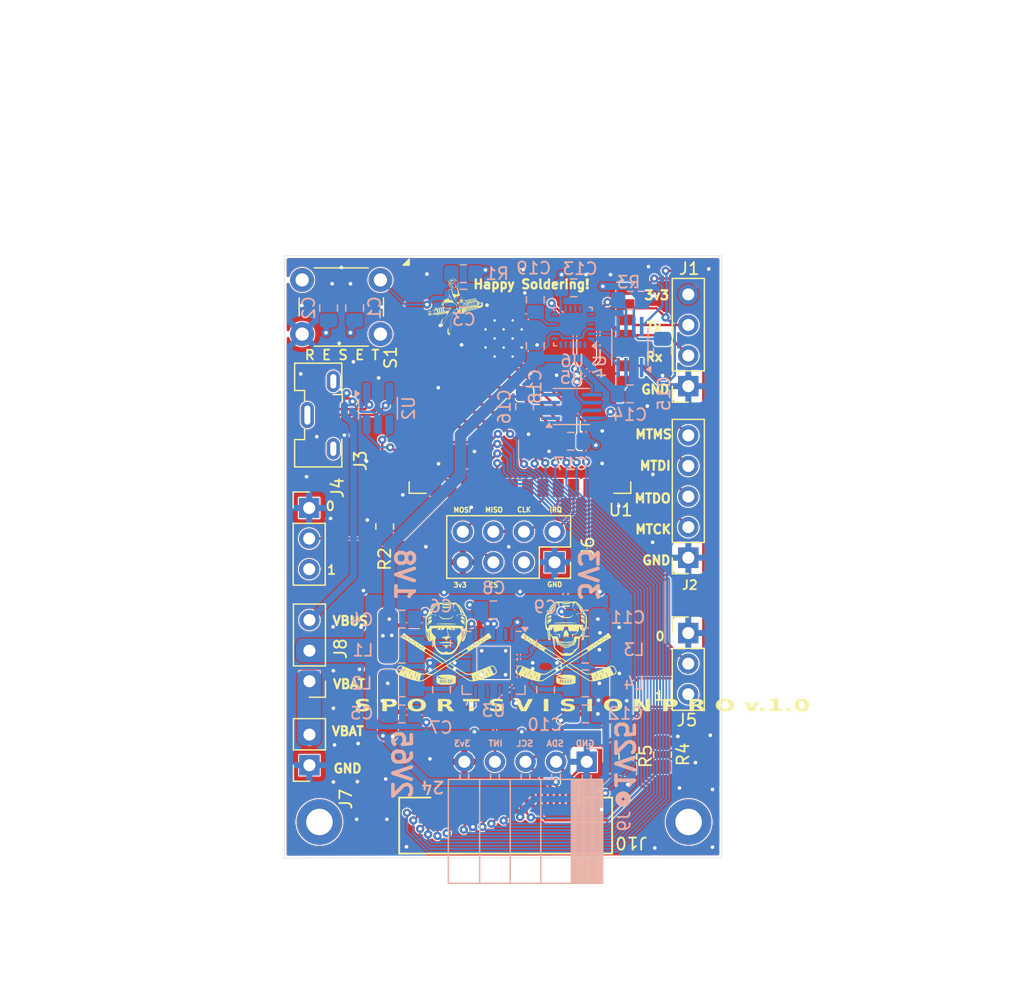
<source format=kicad_pcb>
(kicad_pcb (version 20241229) (generator "pcbnew") (generator_version "9.0")
  (layers (0 "F.Cu" signal) (4 "In1.Cu" signal) (6 "In2.Cu" signal) (2 "B.Cu" signal) (13 "F.Paste" user) (15 "B.Paste" user) (5 "F.SilkS" user "F.Silkscreen") (7 "B.SilkS" user "B.Silkscreen") (1 "F.Mask" user) (3 "B.Mask" user) (25 "Edge.Cuts" user))
  (net 0 "")
  (net 1 "GND")
  (net 2 "Net-(U1-EN)")
  (net 3 "+3V3")
  (net 4 "+1V8")
  (net 5 "IRQ_TAG")
  (net 6 "SPICLK_TAG")
  (net 7 "SPICSN_TAG")
  (net 8 "SPIMISO_TAG")
  (net 9 "Net-(J1-Pin_2)")
  (net 10 "Net-(J1-Pin_3)")
  (net 11 "+5V")
  (net 12 "Net-(U6-REGOUT)")
  (net 13 "Net-(J4-Pin_2)")
  (net 14 "SDA_3V3")
  (net 15 "INT_HR")
  (net 16 "SPIMOS_TAG")
  (net 22 "SCL_3V3")
  (net 23 "VCC")
  (net 24 "+2V65")
  (net 25 "+1V25")
  (net 26 "+3.7V")
  (net 27 "PCLK_CAM")
  (net 28 "Y8_CAM")
  (net 29 "Y7_CAM")
  (net 30 "XCLK_CAM")
  (net 31 "Y3_CAM")
  (net 32 "Y9_CAM")
  (net 33 "Y4_CAM")
  (net 34 "Y2_CAM")
  (net 35 "Y6_CAM")
  (net 36 "VSYNC_CAM")
  (net 37 "HREF_CAM")
  (net 38 "Y5_CAM")
  (net 40 "Net-(J2-Pin_3)")
  (net 41 "Net-(J2-Pin_4)")
  (net 42 "Net-(J2-Pin_5)")
  (net 43 "Net-(J2-Pin_2)")
  (net 46 "Net-(J5-Pin_2)")
  (net 50 "Net-(J10-PWDN)")
  (net 52 "Net-(J10-RESETB)")
  (net 53 "Net-(U3-LX4)")
  (net 54 "Net-(U3-LX3)")
  (net 55 "Net-(U3-LX1)")
  (net 56 "Net-(U3-LX2)")
  (net 77 "/D+")
  (net 78 "/D-")
  (net 79 "/C-")
  (net 80 "/C+")
  (net 81 "EN_LS")
  (net 82 "INT_IMU_3V3")
  (net 83 "SCL_1V8")
  (net 84 "SDA_1V8")
  (net 85 "INT_IMU_1V8")
  (footprint "capstone:CONN_2-1734592-4_TYCO" (layer "F.Cu") (at 125.06 125.1 180)
    (property "Reference" "J10")
    (property "Value" "2-1734592-4")
  )
  (footprint "Connector_PinHeader_2.54mm:PinHeader_1x03_P2.54mm_Vertical" (layer "F.Cu") (at 103 100.92)
    (property "Reference" "J4")
    (property "Value" "61300311121")
  )
  (footprint "Resistor_SMD:R_0805_2012Metric_Pad1.20x1.40mm_HandSolder" (layer "F.Cu") (at 109.27 102.46 -90)
    (property "Reference" "R2")
    (property "Value" "10k")
  )
  (footprint "Resistor_SMD:R_0805_2012Metric_Pad1.20x1.40mm_HandSolder" (layer "F.Cu") (at 129.46 121.56 -90)
    (property "Reference" "R5")
    (property "Value" "10k")
  )
  (footprint "Connector_PinSocket_2.54mm:PinSocket_1x02_P2.54mm_Vertical" (layer "F.Cu") (at 103.02 122.285 180)
    (property "Reference" "J7")
    (property "Value" "SSW-102-01-T-S")
  )
  (footprint "Connector_PinHeader_2.54mm:PinHeader_1x03_P2.54mm_Vertical" (layer "F.Cu") (at 134.47 111.31)
    (property "Reference" "J5")
    (property "Value" "61300311121")
  )
  (footprint "MountingHole:MountingHole_2.2mm_M2_DIN965_Pad" (layer "F.Cu") (at 103.85 127)
    (property "Reference" "H2" (hide yes))
    (property "Value" "MountingHole")
  )
  (footprint "Resistor_SMD:R_0805_2012Metric_Pad1.20x1.40mm_HandSolder" (layer "F.Cu") (at 132.334 121.412 -90)
    (property "Reference" "R4")
    (property "Value" "100")
  )
  (footprint "Connector_USB:USB_Micro-B_Molex-105133-0031" (layer "F.Cu") (at 103.925 93.2 -90)
    (property "Reference" "J3")
    (property "Value" "Micro_USB")
  )
  (footprint "Connector_PinSocket_2.54mm:PinSocket_2x04_P2.54mm_Vertical" (layer "F.Cu") (at 123.37 105.43 -90)
    (property "Reference" "J6")
    (property "Value" "SSW-104-01-F-D")
  )
  (footprint "Connector_PinSocket_2.54mm:PinSocket_1x05_P2.54mm_Vertical" (layer "F.Cu") (at 134.475 105.05 180)
    (property "Reference" "J2")
    (property "Value" "SSW-105-01-T-S")
  )
  (footprint "capstone_footprint:SKULL&BONES" (layer "F.Cu") (at 119.38 112.014)
    (property "Reference" "G***" (hide yes))
    (property "Value" "LOGO" (hide yes))
  )
  (footprint "capstone_footprint:GF" (layer "F.Cu") (at 115.16 84.18)
    (property "Reference" "Happy Soldering!" (hide yes))
    (property "Value" "LOGO" (hide yes))
  )
  (footprint "Connector_PinHeader_2.54mm:PinHeader_1x03_P2.54mm_Vertical" (layer "F.Cu") (at 103.02 115.31 180)
    (property "Reference" "J8")
    (property "Value" "61300311121")
  )
  (footprint "Button_Switch_THT:SW_PUSH_6mm_H5mm" (layer "F.Cu") (at 102.414 81.9764)
    (property "Reference" "S1")
    (property "Value" "B3F-1000")
  )
  (footprint "Connector_PinSocket_2.54mm:PinSocket_1x04_P2.54mm_Vertical" (layer "F.Cu") (at 134.475 90.8 180)
    (property "Reference" "J1")
    (property "Value" "SSW-104-01-T-S")
  )
  (footprint "RF_Module:ESP32-S3-WROOM-2" (layer "F.Cu") (at 120.5 86.75)
    (property "Reference" "U1")
    (property "Value" "ESP32-S3-WROOM-2-N32R16V")
  )
  (footprint "Connector_PinSocket_2.54mm:PinSocket_1x05_P2.54mm_Horizontal" (layer "B.Cu") (at 126.04 122 90)
    (property "Reference" "J9")
    (property "Value" "SSQ-105-02-T-S-RA")
  )
  (footprint "Capacitor_SMD:C_0805_2012Metric_Pad1.18x1.45mm_HandSolder" (layer "B.Cu") (at 110.68712 110.15025)
    (property "Reference" "C4")
    (property "Value" "10u")
  )
  (footprint "Capacitor_SMD:C_0805_2012Metric_Pad1.18x1.45mm_HandSolder" (layer "B.Cu") (at 118.30712 109.38825)
    (property "Reference" "C8")
    (property "Value" "1u")
  )
  (footprint "Inductor_SMD:L_1008_2520Metric_Pad1.43x2.20mm_HandSolder" (layer "B.Cu") (at 125.92712 115.48425)
    (property "Reference" "L4")
    (property "Value" "1.5u")
  )
  (footprint "Capacitor_SMD:C_0805_2012Metric_Pad1.18x1.45mm_HandSolder" (layer "B.Cu") (at 129.64 91.44)
    (property "Reference" "C14")
    (property "Value" "100n")
  )
  (footprint "Inductor_SMD:L_1008_2520Metric_Pad1.43x2.20mm_HandSolder" (layer "B.Cu") (at 110.68712 115.48425)
    (property "Reference" "L2")
    (property "Value" "1.5u")
  )
  (footprint "Package_SO:SSOP-8_2.95x2.8mm_P0.65mm" (layer "B.Cu") (at 124.7617 92.4912)
    (property "Reference" "U5")
    (property "Value" "TXS0102DCT")
  )
  (footprint "Capacitor_SMD:C_0805_2012Metric_Pad1.18x1.45mm_HandSolder" (layer "B.Cu") (at 132.3244 87.914 -90)
    (property "Reference" "C15")
    (property "Value" "100n")
  )
  (footprint "Capacitor_SMD:C_0805_2012Metric_Pad1.18x1.45mm_HandSolder" (layer "B.Cu") (at 115.824 83.49)
    (property "Reference" "C3")
    (property "Value" "1u")
  )
  (footprint "Resistor_SMD:R_0805_2012Metric_Pad1.20x1.40mm_HandSolder" (layer "B.Cu") (at 115.7915 81.46 180)
    (property "Reference" "R1")
    (property "Value" "10k")
  )
  (footprint "Capacitor_SMD:C_0805_2012Metric_Pad1.18x1.45mm_HandSolder" (layer "B.Cu") (at 122.62512 116.01375 -90)
    (property "Reference" "C10")
    (property "Value" "2.2u")
  )
  (footprint "Capacitor_SMD:C_0805_2012Metric_Pad1.18x1.45mm_HandSolder" (layer "B.Cu") (at 104.612 84.3055 -90)
    (property "Reference" "C2")
    (property "Value" "100n")
  )
  (footprint "Inductor_SMD:L_1008_2520Metric_Pad1.43x2.20mm_HandSolder" (layer "B.Cu") (at 125.92712 112.69025)
    (property "Reference" "L3")
    (property "Value" "1.5u")
  )
  (footprint "Resistor_SMD:R_0805_2012Metric_Pad1.20x1.40mm_HandSolder" (layer "B.Cu") (at 129.6414 83.6722 180)
    (property "Reference" "R3")
    (property "Value" "10k")
  )
  (footprint "Capacitor_SMD:C_0805_2012Metric_Pad1.18x1.45mm_HandSolder" (layer "B.Cu") (at 121.7676 83.6129 90)
    (property "Reference" "C19")
    (property "Value" "100n")
  )
  (footprint "Capacitor_SMD:C_0805_2012Metric_Pad1.18x1.45mm_HandSolder" (layer "B.Cu") (at 122.62512 112.16075 90)
    (property "Reference" "C9")
    (property "Value" "2.2u")
  )
  (footprint "Capacitor_SMD:C_0805_2012Metric_Pad1.18x1.45mm_HandSolder" (layer "B.Cu") (at 113.98912 112.16075 90)
    (property "Reference" "C6")
    (property "Value" "2.2u")
  )
  (footprint "Capacitor_SMD:C_0805_2012Metric_Pad1.18x1.45mm_HandSolder" (layer "B.Cu") (at 120.8825 92.5068 -90)
    (property "Reference" "C16")
    (property "Value" "100n")
  )
  (footprint "Package_TO_SOT_SMD:SOT-23-6_Handsoldering" (layer "B.Cu") (at 108.712 92.63 -90)
    (property "Reference" "U2")
    (property "Value" "USBLC6-2SC6")
  )
  (footprint "Package_DFN_QFN:TQFN-28-1EP_5x5mm_P0.5mm_EP2.7x2.7mm_ThermalVias" (layer "B.Cu") (at 118.309968 113.78105 180)
    (property "Reference" "U3")
    (property "Value" "MAX20021ATIB/V+")
  )
  (footprint "Capacitor_SMD:C_0805_2012Metric_Pad1.18x1.45mm_HandSolder" (layer "B.Cu") (at 113.98912 116.01375 -90)
    (property "Reference" "C7")
    (property "Value" "2.2u")
  )
  (footprint "Capacitor_SMD:C_0805_2012Metric_Pad1.18x1.45mm_HandSolder" (layer "B.Cu") (at 121.7676 87.4522 90)
    (property "Reference" "C18")
    (property "Value" "100n")
  )
  (footprint "Capacitor_SMD:C_0805_2012Metric_Pad1.18x1.45mm_HandSolder" (layer "B.Cu") (at 106.771 84.3055 -90)
    (property "Reference" "C1")
    (property "Value" "22u")
  )
  (footprint "Capacitor_SMD:C_0805_2012Metric_Pad1.18x1.45mm_HandSolder" (layer "B.Cu") (at 125.92712 110.15025)
    (property "Reference" "C11")
    (property "Value" "10u")
  )
  (footprint "Capacitor_SMD:C_0805_2012Metric_Pad1.18x1.45mm_HandSolder" (layer "B.Cu") (at 110.68712 118.02425 180)
    (property "Reference" "C5")
    (property "Value" "10u")
  )
  (footprint "Capacitor_SMD:C_0805_2012Metric_Pad1.18x1.45mm_HandSolder" (layer "B.Cu") (at 124.968 82.633)
    (property "Reference" "C13")
    (property "Value" "100n")
  )
  (footprint "Inductor_SMD:L_1008_2520Metric_Pad1.43x2.20mm_HandSolder" (layer "B.Cu") (at 110.68712 112.69025)
    (property "Reference" "L1")
    (property "Value" "1.5u")
  )
  (footprint "Sensor_Motion:InvenSense_QFN-24_3x3mm_P0.4mm" (layer "B.Cu") (at 124.8918 85.852 90)
    (property "Reference" "U6")
    (property "Value" "ICM-20948")
  )
  (footprint "Capacitor_SMD:C_0805_2012Metric_Pad1.18x1.45mm_HandSolder" (layer "B.Cu") (at 125.92712 118.02425)
    (property "Reference" "C12")
    (property "Value" "10u")
  )
  (footprint "MountingHole:MountingHole_2.2mm_M2_DIN965_Pad" (layer "B.Cu") (at 134.5 127 180)
    (property "Reference" "H1" (hide yes))
    (property "Value" "MountingHole")
  )
  (footprint "Package_SO:SSOP-8_2.95x2.8mm_P0.65mm" (layer "B.Cu") (at 129.626 87.5556 90)
    (property "Reference" "U4")
    (property "Value" "TXS0102DCT")
  )
  (footprint "Capacitor_SMD:C_0805_2012Metric_Pad1.18x1.45mm_HandSolder" (layer "B.Cu") (at 124.7179 95.377 180)
    (property "Reference" "C17")
    (property "Value" "100n")
  )
  (gr_line (start 137.251 129.966) (end 100.929 130) (stroke (width 0.0381)) (layer "Edge.Cuts"))
  (gr_line (start 137.251 79.966) (end 137.251 129.966) (stroke (width 0.0381)) (layer "Edge.Cuts"))
  (gr_line (start 100.929 130) (end 100.929 79.966) (stroke (width 0.0381)) (layer "Edge.Cuts"))
  (gr_line (start 100.929 79.966) (end 137.251 79.966) (stroke (width 0.0381)) (layer "Edge.Cuts"))
  (gr_text "CLK" (at 120.21 101.3 0) (layer "F.SilkS") (effects (font (size 0.4 0.4) (thickness 0.1)) (justify left bottom)))
  (gr_text "MTMS" (at 129.97 95.24 0) (layer "F.SilkS") (effects (font (size 0.75 0.75) (thickness 0.1875) (bold yes)) (justify left bottom)))
  (gr_text "VBAT" (at 104.88 115.99 0) (layer "F.SilkS") (effects (font (size 0.75 0.75) (thickness 0.1875) (bold yes)) (justify left bottom)))
  (gr_text "GND" (at 130.56 105.71 0) (layer "F.SilkS") (effects (font (size 0.75 0.75) (thickness 0.1875) (bold yes)) (justify left bottom)))
  (gr_text "GND" (at 104.92 123 0) (layer "F.SilkS") (effects (font (size 0.75 0.75) (thickness 0.1875) (bold yes)) (justify left bottom)))
  (gr_text "IRQ" (at 122.9 101.3 0) (layer "F.SilkS") (effects (font (size 0.4 0.4) (thickness 0.1)) (justify left bottom)))
  (gr_text "MTDO" (at 129.91 100.56 0) (layer "F.SilkS") (effects (font (size 0.75 0.75) (thickness 0.1875) (bold yes)) (justify left bottom)))
  (gr_text "MTCK" (at 129.97 103.13 0) (layer "F.SilkS") (effects (font (size 0.75 0.75) (thickness 0.1875) (bold yes)) (justify left bottom)))
  (gr_text "GND" (at 130.47 91.52 0) (layer "F.SilkS") (effects (font (size 0.75 0.75) (thickness 0.1875) (bold yes)) (justify left bottom)))
  (gr_text "VBAT\n" (at 104.78 119.9 0) (layer "F.SilkS") (effects (font (size 0.75 0.75) (thickness 0.1875) (bold yes)) (justify left bottom)))
  (gr_text "MOSI\n" (at 114.92 101.32 0) (layer "F.SilkS") (effects (font (size 0.4 0.4) (thickness 0.1)) (justify left bottom)))
  (gr_text "MISO" (at 117.55 101.31 0) (layer "F.SilkS") (effects (font (size 0.4 0.4) (thickness 0.1)) (justify left bottom)))
  (gr_text "1" (at 131.61 116.96 0) (layer "F.SilkS") (effects (font (size 0.75 0.75) (thickness 0.1524) (bold yes)) (justify left bottom)))
  (gr_text "0" (at 131.67 112.02 0) (layer "F.SilkS") (effects (font (size 0.75 0.75) (thickness 0.1524) (bold yes)) (justify left bottom)))
  (gr_text "Happy Soldering!" (at 116.53 82.78 0) (layer "F.SilkS") (effects (font (size 0.75 0.75) (thickness 0.1875) (bold yes)) (justify left bottom)))
  (gr_text "0" (at 104.29 101.21 0) (layer "F.SilkS") (effects (font (size 0.75 0.75) (thickness 0.1524) (bold yes)) (justify left bottom)))
  (gr_text "MTDI" (at 130.34 97.85 0) (layer "F.SilkS") (effects (font (size 0.75 0.75) (thickness 0.1875) (bold yes)) (justify left bottom)))
  (gr_text "S P O R T S V I S I O N P R O v.1.0" (at 106.72 117.97 0) (layer "F.SilkS") (effects (font (size 1 1.4478) (thickness 0.1875) (bold yes) (italic yes)) (justify left bottom)))
  (gr_text "Rx" (at 130.83 88.81 0) (layer "F.SilkS") (effects (font (size 0.75 0.75) (thickness 0.1875) (bold yes)) (justify left bottom)))
  (gr_text "3v3" (at 130.73 83.69 0) (layer "F.SilkS") (effects (font (size 0.75 0.75) (thickness 0.1875) (bold yes)) (justify left bottom)))
  (gr_text "R E S E T" (at 102.54 88.69 0) (layer "F.SilkS") (effects (font (size 0.8128 0.8128) (thickness 0.1524) (bold yes)) (justify left bottom)))
  (gr_text "VBUS" (at 104.84 110.74 0) (layer "F.SilkS") (effects (font (size 0.75 0.75) (thickness 0.1875) (bold yes)) (justify left bottom)))
  (gr_text "3v3\n" (at 114.93 107.55 0) (layer "F.SilkS") (effects (font (size 0.4 0.4) (thickness 0.1)) (justify left bottom)))
  (gr_text "Tx" (at 130.91 86.3 0) (layer "F.SilkS") (effects (font (size 0.75 0.75) (thickness 0.1875) (bold yes)) (justify left bottom)))
  (gr_text "CS" (at 117.84 107.55 0) (layer "F.SilkS") (effects (font (size 0.4 0.4) (thickness 0.1)) (justify left bottom)))
  (gr_text "1" (at 104.4 106.5 0) (layer "F.SilkS") (effects (font (size 0.75 0.75) (thickness 0.1524) (bold yes)) (justify left bottom)))
  (gr_text "GND" (at 122.71 107.51 0) (layer "F.SilkS") (effects (font (size 0.4 0.4) (thickness 0.1)) (justify left bottom)))
  (gr_text "1V8\n" (at 110 108.75 -90) (layer "B.SilkS") (effects (font (size 1.524 1.524) (thickness 0.3048) (bold yes)) (justify left bottom mirror)))
  (gr_text "3v3" (at 116.459 120.777 0) (layer "B.SilkS") (effects (font (size 0.5 0.5) (thickness 0.125)) (justify left bottom mirror)))
  (gr_text "SDA" (at 124.206 120.777 0) (layer "B.SilkS") (effects (font (size 0.5 0.5) (thickness 0.125)) (justify left bottom mirror)))
  (gr_text "2V65\n" (at 109.75 125.25 -90) (layer "B.SilkS") (effects (font (size 1.524 1.524) (thickness 0.3048) (bold yes)) (justify left bottom mirror)))
  (gr_text "GND" (at 126.746 120.777 0) (layer "B.SilkS") (effects (font (size 0.5 0.5) (thickness 0.125)) (justify left bottom mirror)))
  (gr_text "1V25" (at 128.27 124.46 -90) (layer "B.SilkS") (effects (font (size 1.524 1.524) (thickness 0.3048) (bold yes)) (justify left bottom mirror)))
  (gr_text "3V3" (at 125.25 108.75 -90) (layer "B.SilkS") (effects (font (size 1.524 1.524) (thickness 0.3048) (bold yes)) (justify left bottom mirror)))
  (gr_text "SCL" (at 121.666 120.777 0) (layer "B.SilkS") (effects (font (size 0.5 0.5) (thickness 0.125)) (justify left bottom mirror)))
  (gr_text "INT" (at 119.126 120.777 0) (layer "B.SilkS") (effects (font (size 0.5 0.5) (thickness 0.125)) (justify left bottom mirror)))
  (segment (start 129.25 81.49) (end 128.06 81.49) (width 0.4) (layer "F.Cu") (net 1))
  (segment (start 118.06 125.940815) (end 116.592265 127.40855) (width 0.2) (layer "F.Cu") (net 1))
  (segment (start 128.06 81.49) (end 128.016 81.534) (width 0.4) (layer "F.Cu") (net 1))
  (segment (start 103.632 94.996) (end 104.128 94.5) (width 0.2) (layer "F.Cu") (net 1))
  (segment (start 124.559999 125.1) (end 124.559999 123.480001) (width 0.2) (layer "F.Cu") (net 1))
  (segment (start 133.08 120.412) (end 133.604 119.888) (width 0.6) (layer "F.Cu") (net 1))
  (segment (start 105.918 94.869) (end 105.549 94.5) (width 0.2) (layer "F.Cu") (net 1))
  (segment (start 132.334 120.412) (end 133.08 120.412) (width 0.6) (layer "F.Cu") (net 1))
  (segment (start 124.559999 123.480001) (end 126.04 122) (width 0.2) (layer "F.Cu") (net 1))
  (segment (start 118.06 125.1) (end 118.06 125.940815) (width 0.2) (layer "F.Cu") (net 1))
  (segment (start 112.776 81.49) (end 111.75 81.49) (width 0.4) (layer "F.Cu") (net 1))
  (segment (start 105.549 94.5) (end 104.75 94.5) (width 0.2) (layer "F.Cu") (net 1))
  (segment (start 104.128 94.5) (end 104.75 94.5) (width 0.2) (layer "F.Cu") (net 1))
  (via (at 136.3 119.8) (size 0.7) (drill 0.3) (layers "F.Cu" "B.Cu") (net 1))
  (via (at 123.915311 118.544622) (size 0.7) (drill 0.3) (layers "F.Cu" "B.Cu") (net 1))
  (via (at 120.77 81.12) (size 0.7) (drill 0.3) (layers "F.Cu" "B.Cu") (net 1))
  (via (at 136.48 129.09) (size 0.7) (drill 0.3) (layers "F.Cu" "B.Cu") (net 1))
  (via (at 123.54 89.89) (size 0.7) (drill 0.3) (layers "F.Cu" "B.Cu") (net 1))
  (via (at 133.74 124.18) (size 0.7) (drill 0.3) (layers "F.Cu" "B.Cu") (net 1))
  (via (at 131.064 92.456) (size 0.7) (drill 0.3) (layers "F.Cu" "B.Cu") (net 1))
  (via (at 114.19 107.93) (size 0.7) (drill 0.3) (layers "F.Cu" "B.Cu") (net 1))
  (via (at 107.15 117.37) (size 0.7) (drill 0.3) (layers "F.Cu" "B.Cu") (net 1))
  (via (at 118.3386 110.5408) (size 0.7) (drill 0.3) (layers "F.Cu" "B.Cu") (net 1))
  (via (at 121.55581 113.78105) (size 0.7) (drill 0.3) (layers "F.Cu" "B.Cu") (net 1))
  (via (at 131.51 103.77) (size 0.7) (drill 0.3) (layers "F.Cu" "B.Cu") (net 1))
  (via (at 127.33 94.52) (size 0.7) (drill 0.3) (layers "F.Cu" "B.Cu") (net 1))
  (via (at 113.88 85.76) (size 0.7) (drill 0.3) (layers "F.Cu" "B.Cu") (net 1))
  (via (at 102.3 89.78) (size 0.7) (drill 0.3) (layers "F.Cu" "B.Cu") (net 1))
  (via (at 120.904 83.058) (size 0.7) (drill 0.3) (layers "F.Cu" "B.Cu") (net 1))
  (via (at 107.06 120.48) (size 0.7) (drill 0.3) (layers "F.Cu" "B.Cu") (net 1))
  (via (at 107.51 107.78) (size 0.7) (drill 0.3) (layers "F.Cu" "B.Cu") (net 1))
  (via (at 113.74 97.25) (size 0.7) (drill 0.3) (layers "F.Cu" "B.Cu") (net 1))
  (via (at 121.55581 114.28105) (size 0.7) (drill 0.3) (layers "F.Cu" "B.Cu") (net 1))
  (via (at 131.69 129.16) (size 0.7) (drill 0.3) (layers "F.Cu" "B.Cu") (net 1))
  (via (at 113.72 90.93) (size 0.7) (drill 0.3) (layers "F.Cu" "B.Cu") (net 1))
  (via (at 107 123.65) (size 0.7) (drill 0.3) (layers "F.Cu" "B.Cu") (net 1))
  (via (at 105.01 117.55) (size 0.7) (drill 0.3) (layers "F.Cu" "B.Cu") (net 1))
  (via (at 113.02 121.76) (size 0.7) (drill 0.3) (layers "F.Cu" "B.Cu") (net 1))
  (via (at 105.01 123.68) (size 0.7) (drill 0.3) (layers "F.Cu" "B.Cu") (net 1))
  (via (at 117.809968 110.53125) (size 0.7) (drill 0.3) (layers "F.Cu" "B.Cu") (net 1))
  (via (at 117.7595 84.074) (size 0.7) (drill 0.3) (layers "F.Cu" "B.Cu") (net 1))
  (via (at 122.9106 96.2152) (size 0.7) (drill 0.3) (layers "F.Cu" "B.Cu") (net 1))
  (via (at 133.604 119.888) (size 0.7) (drill 0.3) (layers "F.Cu" "B.Cu") (net 1))
  (via (at 106.426 82.296) (size 0.7) (drill 0.3) (layers "F.Cu" "B.Cu") (net 1))
  (via (at 108.7628 90.1192) (size 0.7) (drill 0.3) (layers "F.Cu" "B.Cu") (net 1))
  (via (at 105.918 94.869) (size 0.7) (drill 0.3) (layers "F.Cu" "B.Cu") (net 1))
  (via (at 112.7252 118.7196) (size 0.7) (drill 0.3) (layers "F.Cu" "B.Cu") (net 1))
  (via (at 109.45 126.78) (size 0.7) (drill 0.3) (layers "F.Cu" "B.Cu") (net 1))
  (via (at 105.67 80.94) (size 0.7) (drill 0.3) (layers "F.Cu" "B.Cu") (net 1))
  (via (at 107.82 101.92) (size 0.7) (drill 0.3) (layers "F.Cu" "B.Cu") (net 1))
  (via (at 125.984 81.534) (size 0.7) (drill 0.3) (layers "F.Cu" "B.Cu") (net 1))
  (via (at 104.902 82.296) (size 0.7) (drill 0.3) (layers "F.Cu" "B.Cu") (net 1))
  (via (at 136.48 124.3) (size 0.7) (drill 0.3) (layers "F.Cu" "B.Cu") (net 1))
  (via (at 128.016 81.534) (size 0.7) (drill 0.3) (layers "F.Cu" "B.Cu") (net 1))
  (via (at 121.92 87.376) (size 0.7) (drill 0.3) (layers "F.Cu" "B.Cu") (net 1))
  (via (at 136.17 81.07) (size 0.7) (drill 0.3) (layers "F.Cu" "B.Cu") (net 1))
  (via (at 135.07 122.07) (size 0.7) (drill 0.3) (layers "F.Cu" "B.Cu") (net 1))
  (via (at 102.78 98.32) (size 0.7) (drill 0.3) (layers "F.Cu" "B.Cu") (net 1))
  (via (at 106.67 88.78) (size 0.7) (drill 0.3) (layers "F.Cu" "B.Cu") (net 1))
  (via (at 115.65 87.37) (size 0.7) (drill 0.3) (layers "F.Cu" "B.Cu") (net 1))
  (via (at 116.592265 127.40855) (size 0.7) (drill 0.3) (layers "F.Cu" "B.Cu") (net 1))
  (via (at 131.17 80.87) (size 0.7) (drill 0.3) (layers "F.Cu" "B.Cu") (net 1))
  (via (at 123.571 113.792) (size 0.7) (drill 0.3) (layers "F.Cu" "B.Cu") (net 1))
  (via (at 116.332 108.966) (size 0.7) (drill 0.3) (layers "F.Cu" "B.Cu") (net 1))
  (via (at 104.77 101.79) (size 0.7) (drill 0.3) (layers "F.Cu" "B.Cu") (net 1))
  (via (at 109.35 123.43) (size 0.7) (drill 0.3) (layers "F.Cu" "B.Cu") (net 1))
  (via (at 110.77 99.83) (size 0.7) (drill 0.3) (layers "F.Cu" "B.Cu") (net 1))
  (via (at 121.2088 94.7928) (size 0.7) (drill 0.3) (layers "F.Cu" "B.Cu") (net 1))
  (via (at 116.459 100.86) (size 0.7) (drill 0.3) (layers "F.Cu" "B.Cu") (net 1))
  (via (at 112.776 81.49) (size 0.7) (drill 0.3) (layers "F.Cu" "B.Cu") (net 1))
  (via (at 129.36 116.93) (size 0.7) (drill 0.3) (layers "F.Cu" "B.Cu") (net 1))
  (via (at 113.03 114.3508) (size 0.7) (drill 0.3) (layers "F.Cu" "B.Cu") (net 1))
  (via (at 106.94 126.78) (size 0.7) (drill 0.3) (layers "F.Cu" "B.Cu") (net 1))
  (via (at 128.73 110.83) (size 0.7) (drill 0.3) (layers "F.Cu" "B.Cu") (net 1))
  (via (at 105.01 114.44) (size 0.7) (drill 0.3) (layers "F.Cu" "B.Cu") (net 1))
  (via (at 104.98 110.79) (size 0.7) (drill 0.3) (layers "F.Cu" "B.Cu") (net 1))
  (via (at 116.713 119.507) (size 0.7) (drill 0.3) (layers "F.Cu" "B.Cu") (net 1))
  (via (at 129.44 123.88) (size 0.7) (drill 0.3) (layers "F.Cu" "B.Cu") (net 1))
  (via (at 120.51 107.87) (size 0.7) (drill 0.3) (layers "F.Cu" "B.Cu") (net 1))
  (via (at 127.32 97.22) (size 0.7) (drill 0.3) (layers "F.Cu" "B.Cu") (net 1))
  (via (at 132.334 89.916) (size 0.7) (drill 0.3) (layers "F.Cu" "B.Cu") (net 1))
  (via (at 111.08 129.06) (size 0.7) (drill 0.3) (layers "F.Cu" "B.Cu") (net 1))
  (via (at 128.7 100.76) (size 0.7) (drill 0.3) (layers "F.Cu" "B.Cu") (net 1))
  (via (at 107.76 97.04) (size 0.7) (drill 0.3) (layers "F.Cu" "B.Cu") (net 1))
  (via (at 116.72 96.23) (size 0.7) (drill 0.3) (layers "F.Cu" "B.Cu") (net 1))
  (via (at 131.53 98.13) (size 0.7) (drill 0.3) (layers "F.Cu" "B.Cu") (net 1))
  (via (at 115.07881 113.78105) (size 0.7) (drill 0.3) (layers "F.Cu" "B.Cu") (net 1))
  (via (at 107.3 110.82) (size 0.7) (drill 0.3) (layers "F.Cu" "B.Cu") (net 1))
  (via (at 107.18 114.32) (size 0.7) (drill 0.3) (layers "F.Cu" "B.Cu") (net 1))
  (via (at 119.57 104.14) (size 0.7) (drill 0.3) (layers "F.Cu" "B.Cu") (net 1))
  (via (at 120.65 119.507) (size 0.7) (drill 0.3) (layers "F.Cu" "B.Cu") (net 1))
  (via (at 127.28 125.96) (size 0.7) (drill 0.3) (layers "F.Cu" "B.Cu") (net 1))
  (via (at 123.952 109.5248) (size 0.7) (drill 0.3) (layers "F.Cu" "B.Cu") (net 1))
  (via (at 105.49 87.24) (size 0.7) (drill 0.3) (layers "F.Cu" "B.Cu") (net 1))
  (via (at 102.37 84.1) (size 0.7) (drill 0.3) (layers "F.Cu" "B.Cu") (net 1))
  (via (at 105.1 120.6) (size 0.7) (drill 0.3) (layers "F.Cu" "B.Cu") (net 1))
  (via (at 127.15 107.87) (size 0.7) (drill 0.3) (layers "F.Cu" "B.Cu") (net 1))
  (via (at 128.75 114.66) (size 0.7) (drill 0.3) (layers "F.Cu" "B.Cu") (net 1))
  (via (at 115.07881 114.28105) (size 0.7) (drill 0.3) (layers "F.Cu" "B.Cu") (net 1))
  (via (at 123.587397 114.3508) (size 0.7) (drill 0.3) (layers "F.Cu" "B.Cu") (net 1))
  (via (at 109.03 84.24) (size 0.7) (drill 0.3) (layers "F.Cu" "B.Cu") (net 1))
  (via (at 113.03 113.792) (size 0.7) (drill 0.3) (layers "F.Cu" "B.Cu") (net 1))
  (via (at 112.6236 109.5756) (size 0.7) (drill 0.3) (layers "F.Cu" "B.Cu") (net 1))
  (via (at 112.69 104.14) (size 0.7) (drill 0.3) (layers "F.Cu" "B.Cu") (net 1))
  (via (at 103.632 94.996) (size 0.7) (drill 0.3) (layers "F.Cu" "B.Cu") (net 1))
  (segment (start 126.0055 81.5555) (end 125.984 81.534) (width 0.4) (layer "B.Cu") (net 1))
  (segment (start 115.07881 114.28105) (end 114.68432 114.28105) (width 0.4) (layer "B.Cu") (net 1))
  (segment (start 129.951 90.7007) (end 129.951 89.2556) (width 0.2) (layer "B.Cu") (net 1))
  (segment (start 121.372 82.59) (end 120.904 83.058) (width 0.4) (layer "B.Cu") (net 1))
  (segment (start 130.6949 92.0869) (end 131.064 92.456) (width 0.6) (layer "B.Cu") (net 1))
  (segment (start 121.55581 114.28105) (end 120.672468 114.28105) (width 0.2) (layer "B.Cu") (net 1))
  (segment (start 123.9012 85.4456) (end 123.9012 85.852) (width 0.2) (layer "B.Cu") (net 1))
  (segment (start 117.26962 109.990902) (end 117.809968 110.53125) (width 0.6) (layer "B.Cu") (net 1))
  (segment (start 113.03 113.792) (end 113.39537 113.792) (width 0.4) (layer "B.Cu") (net 1))
  (segment (start 115.947468 113.78105) (end 115.07881 113.78105) (width 0.2) (layer "B.Cu") (net 1))
  (segment (start 112.6236 109.5756) (end 112.29927 109.5756) (width 0.4) (layer "B.Cu") (net 1))
  (segment (start 121.92992 114.28105) (end 122.62512 114.97625) (width 0.4) (layer "B.Cu") (net 1))
  (segment (start 114.68432 114.28105) (end 113.98912 114.97625) (width 0.4) (layer "B.Cu") (net 1))
  (segment (start 124.13 93.2345) (end 123.7117 92.8162) (width 0.2) (layer "B.Cu") (net 1))
  (segment (start 108.712 90.17) (end 108.7628 90.1192) (width 0.4) (layer "B.Cu") (net 1))
  (segment (start 122.04232 113.78105) (end 122.62512 113.19825) (width 0.4) (layer "B.Cu") (net 1))
  (segment (start 130.4166 88.14) (end 129.951 88.6056) (width 0.2) (layer "B.Cu") (net 1))
  (segment (start 123.6804 95.4454) (end 122.9106 96.2152) (width 0.4) (layer "B.Cu") (net 1))
  (segment (start 117.26962 109.38825) (end 116.75425 109.38825) (width 0.4) (layer "B.Cu") (net 1))
  (segment (start 132.3244 88.9515) (end 131.5129 88.14) (width 0.2) (layer "B.Cu") (net 1))
  (segment (start 123.7117 92.8162) (end 123.0617 92.8162) (width 0.2) (layer "B.Cu") (net 1))
  (segment (start 126.1115 85.243) (end 125.8865 85.018) (width 0.2) (layer "B.Cu") (net 1))
  (segment (start 123.25057 114.3508) (end 122.62512 114.97625) (width 0.4) (layer "B.Cu") (net 1))
  (segment (start 113.03 114.3508) (end 113.36367 114.3508) (width 0.4) (layer "B.Cu") (net 1))
  (segment (start 123.3865 85.243) (end 123.6986 85.243) (width 0.2) (layer "B.Cu") (net 1))
  (segment (start 132.3244 89.9064) (end 132.334 89.916) (width 0.6) (layer "B.Cu") (net 1))
  (segment (start 125.8865 85.018) (end 125.8865 84.343) (width 0.2) (layer "B.Cu") (net 1))
  (segment (start 104.612 82.586) (end 104.612 83.268) (width 0.4) (layer "B.Cu") (net 1))
  (segment (start 123.7102 86.043) (end 123.3865 86.043) (width 0.2) (layer "B.Cu") (net 1))
  (segment (start 125.8865 84.343) (end 125.8865 82.752) (width 0.2) (layer "B.Cu") (net 1))
  (segment (start 112.41997 118.7196) (end 111.72462 118.02425) (width 0.4) (layer "B.Cu") (net 1))
  (segment (start 123.9012 85.852) (end 123.7102 86.043) (width 0.2) (layer "B.Cu") (net 1))
  (segment (start 113.36367 114.3508) (end 113.98912 114.97625) (width 0.4) (layer "B.Cu") (net 1))
  (segment (start 117.1755 83.49) (end 117.7595 84.074) (width 0.4) (layer "B.Cu") (net 1))
  (segment (start 123.21887 113.792) (end 122.62512 113.19825) (width 0.4) (layer "B.Cu") (net 1))
  (segment (start 115.07881 113.78105) (end 114.57192 113.78105) (width 0.4) (layer "B.Cu") (net 1))
  (segment (start 123.6804 95.377) (end 124.13 94.9274) (width 0.2) (layer "B.Cu") (net 1))
  (segment (start 123.6804 95.377) (end 123.6804 95.4454) (width 0.4) (layer "B.Cu") (net 1))
  (segment (start 108.712 91.28) (end 108.712 90.17) (width 0.4) (layer "B.Cu") (net 1))
  (segment (start 112.29927 109.5756) (end 111.72462 110.15025) (width 0.4) (layer "B.Cu") (net 1))
  (segment (start 124.30212 118.02425) (end 123.915311 118.411059) (width 0.4) (layer "B.Cu") (net 1))
  (segment (start 130.6949 91.4446) (end 130.6949 92.0869) (width 0.6) (layer "B.Cu") (net 1))
  (segment (start 125.8865 82.752) (end 126.0055 82.633) (width 0.2) (layer "B.Cu") (net 1))
  (segment (start 118.309968 111.41855) (end 118.309968 110.569432) (width 0.2) (layer "B.Cu") (net 1))
  (segment (start 121.757 86.4) (end 121.757 87.213) (width 0.4) (layer "B.Cu") (net 1))
  (segment (start 121.757 82.59) (end 121.372 82.59) (width 0.4) (layer "B.Cu") (net 1))
  (segment (start 123.571 113.792) (end 123.21887 113.792) (width 0.4) (layer "B.Cu") (net 1))
  (segment (start 116.8615 83.49) (end 117.1755 83.49) (width 0.4) (layer "B.Cu") (net 1))
  (segment (start 121.55581 113.78105) (end 120.672468 113.78105) (width 0.2) (layer "B.Cu") (net 1))
  (segment (start 124.26417 109.5248) (end 124.88962 110.15025) (width 0.4) (layer "B.Cu") (net 1))
  (segment (start 120.8825 94.4665) (end 121.2088 94.7928) (width 0.4) (layer "B.Cu") (net 1))
  (segment (start 123.587397 114.3508) (end 123.25057 114.3508) (width 0.4) (layer "B.Cu") (net 1))
  (segment (start 120.8825 93.5443) (end 120.8825 94.4665) (width 0.4) (layer "B.Cu") (net 1))
  (segment (start 106.771 82.641) (end 106.771 83.268) (width 0.4) (layer "B.Cu") (net 1))
  (segment (start 126.0055 82.633) (end 126.0055 81.5555) (width 0.4) (layer "B.Cu") (net 1))
  (segment (start 130.6949 91.4446) (end 129.951 90.7007) (width 0.2) (layer "B.Cu") (net 1))
  (segment (start 123.952 109.5248) (end 124.26417 109.5248) (width 0.4) (layer "B.Cu") (net 1))
  (segment (start 124.88962 118.02425) (end 124.30212 118.02425) (width 0.4) (layer "B.Cu") (net 1))
  (segment (start 120.8825 93.5443) (end 121.6106 92.8162) (width 0.2) (layer "B.Cu") (net 1))
  (segment (start 118.309968 110.569432) (end 118.3386 110.5408) (width 0.2) (layer "B.Cu") (net 1))
  (segment (start 112.7252 118.7196) (end 112.41997 118.7196) (width 0.4) (layer "B.Cu") (net 1))
  (segment (start 129.951 88.6056) (end 129.951 89.2556) (width 0.2) (layer "B.Cu") (net 1))
  (segment (start 121.55581 113.78105) (end 122.04232 113.78105) (width 0.4) (layer "B.Cu") (net 1))
  (segment (start 123.6986 85.243) (end 123.9012 85.4456) (width 0.2) (layer "B.Cu") (net 1))
  (segment (start 121.55581 114.28105) (end 121.92992 114.28105) (width 0.4) (layer "B.Cu") (net 1))
  (segment (start 124.13 94.9274) (end 124.13 93.2345) (width 0.2) (layer "B.Cu") (net 1))
  (segment (start 126.3865 85.243) (end 126.1115 85.243) (width 0.2) (layer "B.Cu") (net 1))
  (segment (start 117.26962 109.38825) (end 117.26962 109.990902) (width 0.6) (layer "B.Cu") (net 1))
  (segment (start 115.947468 114.28105) (end 115.07881 114.28105) (width 0.2) (layer "B.Cu") (net 1))
  (segment (start 104.902 82.296) (end 104.612 82.586) (width 0.4) (layer "B.Cu") (net 1))
  (segment (start 121.6106 92.8162) (end 123.0617 92.8162) (width 0.2) (layer "B.Cu") (net 1))
  (segment (start 117.809968 111.41855) (end 117.809968 110.53125) (width 0.2) (layer "B.Cu") (net 1))
  (segment (start 131.5129 88.14) (end 130.4166 88.14) (width 0.2) (layer "B.Cu") (net 1))
  (segment (start 114.57192 113.78105) (end 113.98912 113.19825) (width 0.4) (layer "B.Cu") (net 1))
  (segment (start 121.757 87.213) (end 121.92 87.376) (width 0.4) (layer "B.Cu") (net 1))
  (segment (start 132.3244 88.9515) (end 132.3244 89.9064) (width 0.6) (layer "B.Cu") (net 1))
  (segment (start 123.915311 118.411059) (end 123.915311 118.544622) (width 0.4) (layer "B.Cu") (net 1))
  (segment (start 113.39537 113.792) (end 113.98912 113.19825) (width 0.4) (layer "B.Cu") (net 1))
  (segment (start 116.75425 109.38825) (end 116.332 108.966) (width 0.4) (layer "B.Cu") (net 1))
  (segment (start 106.426 82.296) (end 106.771 82.641) (width 0.4) (layer "B.Cu") (net 1))
  (segment (start 110.9676 84.03) (end 112.776 84.03) (width 0.2) (layer "F.Cu") (net 2))
  (via (at 112.776 84.03) (size 0.7) (drill 0.3) (layers "F.Cu" "B.Cu") (net 2))
  (segment (start 112.776 84.03) (end 113.316 83.49) (width 0.4) (layer "B.Cu") (net 2))
  (segment (start 113.316 83.49) (end 114.7865 83.49) (width 0.4) (layer "B.Cu") (net 2))
  (segment (start 108.914 81.9764) (end 110.9676 84.03) (width 0.2) (layer "B.Cu") (net 2))
  (segment (start 114.7865 81.465) (end 114.7915 81.46) (width 0.4) (layer "B.Cu") (net 2))
  (segment (start 110.9676 84.03) (end 112.776 84.03) (width 0.2) (layer "B.Cu") (net 2))
  (segment (start 114.7865 83.49) (end 114.7865 81.465) (width 0.4) (layer "B.Cu") (net 2))
  (via (at 127.14381 111.29325) (size 0.7) (drill 0.3) (layers "F.Cu" "B.Cu") (net 3))
  (via (at 104.394 86.36) (size 0.7) (drill 0.3) (layers "F.Cu" "B.Cu") (net 3))
  (via (at 131.572 83.312) (size 0.7) (drill 0.3) (layers "F.Cu" "B.Cu") (net 3))
  (via (at 106.426 86.36) (size 0.7) (drill 0.3) (layers "F.Cu" "B.Cu") (net 3))
  (via (at 126.7968 95.7072) (size 0.7) (drill 0.3) (layers "F.Cu" "B.Cu") (net 3))
  (via (at 117.6325 81.153) (size 0.7) (drill 0.3) (layers "F.Cu" "B.Cu") (net 3))
  (via (at 120.28581 110.40425) (size 0.7) (drill 0.3) (layers "F.Cu" "B.Cu") (net 3))
  (via (at 126.96462 110.15025) (size 0.7) (drill 0.3) (layers "F.Cu" "B.Cu") (net 3))
  (via (at 127.38 82.51) (size 0.7) (drill 0.3) (layers "F.Cu" "B.Cu") (net 3))
  (via (at 127.08962 112.69025) (size 0.7) (drill 0.3) (layers "F.Cu" "B.Cu") (net 3))
  (via (at 123.952 81.534) (size 0.7) (drill 0.3) (layers "F.Cu" "B.Cu") (net 3))
  (segment (start 130.6414 83.6722) (end 129.4792 82.51) (width 0.6) (layer "B.Cu") (net 3))
  (segment (start 106.426 86.36) (end 106.426 86.106) (width 0.4) (layer "B.Cu") (net 3))
  (segment (start 129.951 85.8556) (end 129.951 86.5056) (width 0.2) (layer "B.Cu") (net 3))
  (segment (start 116.7915 81.46) (end 117.3255 81.46) (width 0.4) (layer "B.Cu") (net 3))
  (segment (start 123.9305 82.633) (end 123.9305 81.5555) (width 0.4) (layer "B.Cu") (net 3))
  (segment (start 130.6414 83.6722) (end 131.2118 83.6722) (width 0.6) (layer "B.Cu") (net 3))
  (segment (start 129.951 86.5056) (end 130.3219 86.8765) (width 0.2) (layer "B.Cu") (net 3))
  (segment (start 129.951 84.3626) (end 130.6414 83.6722) (width 0.2) (layer "B.Cu") (net 3))
  (segment (start 123.8918 84.352) (end 123.8918 82.6717) (width 0.2) (layer "B.Cu") (net 3))
  (segment (start 106.426 86.106) (end 106.771 85.761) (width 0.4) (layer "B.Cu") (net 3))
  (segment (start 125.7997 92.8162) (end 126.4617 92.8162) (width 0.2) (layer "B.Cu") (net 3))
  (segment (start 126.4666 95.377) (end 126.7968 95.7072) (width 0.4) (layer "B.Cu") (net 3))
  (segment (start 125.36 94.9816) (end 125.36 93.2559) (width 0.2) (layer "B.Cu") (net 3))
  (segment (start 104.394 86.36) (end 104.394 86.034) (width 0.4) (layer "B.Cu") (net 3))
  (segment (start 104.612 85.816) (end 104.612 85.343) (width 0.4) (layer "B.Cu") (net 3))
  (segment (start 117.3255 81.46) (end 117.6325 81.153) (width 0.4) (layer "B.Cu") (net 3))
  (segment (start 104.394 86.034) (end 104.612 85.816) (width 0.4) (layer "B.Cu") (net 3))
  (segment (start 125.7554 95.377) (end 126.4666 95.377) (width 0.4) (layer "B.Cu") (net 3))
  (segment (start 125.36 93.2559) (end 125.7997 92.8162) (width 0.2) (layer "B.Cu") (net 3))
  (segment (start 119.809968 110.880092) (end 120.28581 110.40425) (width 0.2) (layer "B.Cu") (net 3))
  (segment (start 123.8918 82.6717) (end 123.9305 82.633) (width 0.2) (layer "B.Cu") (net 3))
  (segment (start 129.951 85.8556) (end 129.951 84.3626) (width 0.2) (layer "B.Cu") (net 3))
  (segment (start 106.771 85.761) (end 106.771 85.343) (width 0.4) (layer "B.Cu") (net 3))
  (segment (start 123.9305 81.5555) (end 123.952 81.534) (width 0.4) (layer "B.Cu") (net 3))
  (segment (start 119.809968 111.41855) (end 119.809968 110.880092) (width 0.2) (layer "B.Cu") (net 3))
  (segment (start 130.3219 86.8765) (end 132.3244 86.8765) (width 0.2) (layer "B.Cu") (net 3))
  (segment (start 125.7554 95.377) (end 125.36 94.9816) (width 0.2) (layer "B.Cu") (net 3))
  (segment (start 129.4792 82.51) (end 127.38 82.51) (width 0.6) (layer "B.Cu") (net 3))
  (segment (start 131.2118 83.6722) (end 131.572 83.312) (width 0.6) (layer "B.Cu") (net 3))
  (segment (start 109.43582 110.70105) (end 116.30601 110.70105) (width 0.4) (layer "F.Cu") (net 4))
  (segment (start 116.30601 110.70105) (end 116.47581 110.53125) (width 0.4) (layer "F.Cu") (net 4))
  (via (at 109.64962 110.15025) (size 0.7) (drill 0.3) (layers "F.Cu" "B.Cu") (net 4))
  (via (at 109.1184 111.5314) (size 0.7) (drill 0.3) (layers "F.Cu" "B.Cu") (net 4))
  (via (at 109.855 111.506) (size 0.7) (drill 0.3) (layers "F.Cu" "B.Cu") (net 4))
  (via (at 116.47581 110.53125) (size 0.7) (drill 0.3) (layers "F.Cu" "B.Cu") (net 4))
  (segment (start 125.587146 86.799) (end 125.7625 86.623646) (width 0.2) (layer "B.Cu") (net 4))
  (segment (start 119.9388 90.5002) (end 115.57 94.869) (width 1) (layer "B.Cu") (net 4))
  (segment (start 125.7625 86.623646) (end 125.7625 86.392) (width 0.2) (layer "B.Cu") (net 4))
  (segment (start 125.7625 86.392) (end 126.1115 86.043) (width 0.2) (layer "B.Cu") (net 4))
  (segment (start 120.8825 91.4693) (end 121.5794 92.1662) (width 0.2) (layer "B.Cu") (net 4))
  (segment (start 121.757 88.682) (end 119.9388 90.5002) (width 1) (layer "B.Cu") (net 4))
  (segment (start 119.9388 90.5256) (end 119.9388 90.5002) (width 0.4) (layer "B.Cu") (net 4))
  (segment (start 123.099446 86.443) (end 123.711566 86.443) (width 0.2) (layer "B.Cu") (net 4))
  (segment (start 121.757 88.475) (end 121.757 88.682) (width 1) (layer "B.Cu") (net 4))
  (segment (start 124.067566 86.799) (end 125.587146 86.799) (width 0.2) (layer "B.Cu") (net 4))
  (segment (start 123.711566 86.443) (end 124.067566 86.799) (width 0.2) (layer "B.Cu") (net 4))
  (segment (start 129.301 90.7635) (end 129.301 89.2556) (width 0.2) (layer "B.Cu") (net 4))
  (segment (start 121.757 88.475) (end 122.849436 87.382564) (width 0.2) (layer "B.Cu") (net 4))
  (segment (start 128.6199 91.4446) (end 129.301 90.7635) (width 0.2) (layer "B.Cu") (net 4))
  (segment (start 115.57 98.171) (end 109.64962 104.09138) (width 1) (layer "B.Cu") (net 4))
  (segment (start 122.849436 86.69301) (end 123.099446 86.443) (width 0.2) (layer "B.Cu") (net 4))
  (segment (start 120.8825 91.4693) (end 119.9388 90.5256) (width 0.4) (layer "B.Cu") (net 4))
  (segment (start 126.1115 86.043) (end 126.3865 86.043) (width 0.2) (layer "B.Cu") (net 4))
  (segment (start 116.809968 110.865408) (end 116.47581 110.53125) (width 0.2) (layer "B.Cu") (net 4))
  (segment (start 121.7676 88.4897) (end 125.665 88.4897) (width 0.6) (layer "B.Cu") (net 4))
  (segment (start 122.849436 87.382564) (end 122.849436 86.69301) (width 0.2) (layer "B.Cu") (net 4))
  (segment (start 109.64962 104.09138) (end 109.64962 110.15025) (width 1) (layer "B.Cu") (net 4))
  (segment (start 125.665 88.4897) (end 128.6199 91.4446) (width 0.6) (layer "B.Cu") (net 4))
  (segment (start 115.57 94.869) (end 115.57 98.171) (width 1) (layer "B.Cu") (net 4))
  (segment (start 116.809968 111.41855) (end 116.809968 110.865408) (width 0.2) (layer "B.Cu") (net 4))
  (segment (start 121.5794 92.1662) (end 123.0617 92.1662) (width 0.2) (layer "B.Cu") (net 4))
  (segment (start 124.945 101.315) (end 124.945 99.25) (width 0.2) (layer "F.Cu") (net 5))
  (segment (start 123.37 102.89) (end 124.945 101.315) (width 0.2) (layer "F.Cu") (net 5))
  (segment (start 121.29 102.89) (end 123.675 100.505) (width 0.2) (layer "F.Cu") (net 6))
  (segment (start 123.675 100.505) (end 123.675 99.25) (width 0.2) (layer "F.Cu") (net 6))
  (segment (start 120.83 102.89) (end 121.29 102.89) (width 0.2) (layer "F.Cu") (net 6))
  (segment (start 117.08 104.22) (end 117.08 102.32) (width 0.2) (layer "F.Cu") (net 7))
  (segment (start 117.96 101.44) (end 119.72 101.44) (width 0.2) (layer "F.Cu") (net 7))
  (segment (start 117.08 102.32) (end 117.96 101.44) (width 0.2) (layer "F.Cu") (net 7))
  (segment (start 121.135 100.025) (end 121.135 99.25) (width 0.2) (layer "F.Cu") (net 7))
  (segment (start 119.72 101.44) (end 121.135 100.025) (width 0.2) (layer "F.Cu") (net 7))
  (segment (start 118.29 105.43) (end 117.08 104.22) (width 0.2) (layer "F.Cu") (net 7))
  (segment (start 122.405 100.155) (end 122.405 99.25) (width 0.2) (layer "F.Cu") (net 8))
  (segment (start 120.46 101.6) (end 120.96 101.6) (width 0.2) (layer "F.Cu") (net 8))
  (segment (start 119.17 102.89) (end 120.46 101.6) (width 0.2) (layer "F.Cu") (net 8))
  (segment (start 120.96 101.6) (end 122.405 100.155) (width 0.2) (layer "F.Cu") (net 8))
  (segment (start 118.29 102.89) (end 119.17 102.89) (width 0.2) (layer "F.Cu") (net 8))
  (segment (start 134.475 88.26) (end 132.785 86.57) (width 0.2) (layer "F.Cu") (net 9))
  (segment (start 132.785 86.57) (end 129.25 86.57) (width 0.2) (layer "F.Cu") (net 9))
  (segment (start 134.475 85.72) (end 129.97 85.72) (width 0.2) (layer "F.Cu") (net 10))
  (segment (start 129.55 85.3) (end 129.25 85.3) (width 0.2) (layer "F.Cu") (net 10))
  (segment (start 129.97 85.72) (end 129.55 85.3) (width 0.2) (layer "F.Cu") (net 10))
  (segment (start 106.6038 92.07) (end 106.3548 91.821) (width 0.2) (layer "F.Cu") (net 11))
  (segment (start 106.3548 91.821) (end 105.743 91.821) (width 0.2) (layer "F.Cu") (net 11))
  (segment (start 105.664 91.821) (end 105.664 91.9) (width 0.2) (layer "F.Cu") (net 11))
  (segment (start 106.1085 91.3765) (end 105.664 91.821) (width 0.2) (layer "F.Cu") (net 11))
  (segment (start 105.743 91.821) (end 105.664 91.9) (width 0.2) (layer "F.Cu") (net 11))
  (segment (start 104.75 91.9) (end 105.664 91.9) (width 0.2) (layer "F.Cu") (net 11))
  (via (at 106.1085 91.3765) (size 0.7) (drill 0.3) (layers "F.Cu" "B.Cu") (net 11))
  (via (at 106.6038 92.07) (size 0.7) (drill 0.3) (layers "F.Cu" "B.Cu") (net 11))
  (segment (start 105.918 92.3798) (end 106.6038 92.3798) (width 0.2) (layer "B.Cu") (net 11))
  (segment (start 106.68 106.57) (end 106.68 93.98) (width 0.6) (layer "B.Cu") (net 11))
  (segment (start 106.68 92.3036) (end 106.68 92.1462) (width 0.2) (layer "B.Cu") (net 11))
  (segment (start 107.315 92.9386) (end 106.68 92.3036) (width 0.2) (layer "B.Cu") (net 11))
  (segment (start 106.1085 91.3765) (end 105.918 91.567) (width 0.2) (layer "B.Cu") (net 11))
  (segment (start 108.712 93.312) (end 108.3386 92.9386) (width 0.2) (layer "B.Cu") (net 11))
  (segment (start 105.918 91.567) (end 105.918 92.3798) (width 0.2) (layer "B.Cu") (net 11))
  (segment (start 106.68 92.1462) (end 106.6038 92.07) (width 0.2) (layer "B.Cu") (net 11))
  (segment (start 103.02 110.23) (end 106.68 106.57) (width 0.6) (layer "B.Cu") (net 11))
  (segment (start 106.68 93.98) (end 105.918 93.218) (width 0.6) (layer "B.Cu") (net 11))
  (segment (start 105.918 93.218) (end 105.918 92.3798) (width 0.6) (layer "B.Cu") (net 11))
  (segment (start 106.6038 92.3798) (end 106.68 92.3036) (width 0.2) (layer "B.Cu") (net 11))
  (segment (start 108.3386 92.9386) (end 107.315 92.9386) (width 0.2) (layer "B.Cu") (net 11))
  (segment (start 108.712 93.98) (end 108.712 93.312) (width 0.2) (layer "B.Cu") (net 11))
  (segment (start 122.7692 85.652) (end 121.7676 84.6504) (width 0.2) (layer "B.Cu") (net 12))
  (segment (start 123.3918 85.652) (end 122.7692 85.652) (width 0.2) (layer "B.Cu") (net 12))
  (segment (start 110.875 103.46) (end 114.785 99.55) (width 0.2) (layer "F.Cu") (net 13))
  (segment (start 103 103.46) (end 110.875 103.46) (width 0.2) (layer "F.Cu") (net 13))
  (segment (start 114.785 99.55) (end 114.785 99.25) (width 0.2) (layer "F.Cu") (net 13))
  (segment (start 131.826 84.328) (end 132.588 85.09) (width 0.2) (layer "F.Cu") (net 14))
  (segment (start 136.144 82.768692) (end 134.594953 81.219645) (width 0.2) (layer "F.Cu") (net 14))
  (segment (start 136.144 116.586) (end 136.144 82.768692) (width 0.2) (layer "F.Cu") (net 14))
  (segment (start 130.717 117.441) (end 133.949808 117.441) (width 0.2) (layer "F.Cu") (net 14))
  (segment (start 124.06 125.1) (end 124.06 122.56) (width 0.2) (layer "F.Cu") (net 14))
  (segment (start 134.990192 117.441) (end 135.289 117.441) (width 0.2) (layer "F.Cu") (net 14))
  (segment (start 124.85 120.65) (end 127.508 120.65) (width 0.2) (layer "F.Cu") (net 14))
  (segment (start 129.548 84.328) (end 131.826 84.328) (width 0.2) (layer "F.Cu") (net 14))
  (segment (start 129.25 84.03) (end 129.548 84.328) (width 0.2) (layer "F.Cu") (net 14))
  (segment (start 124.06 122.56) (end 123.5 122) (width 0.2) (layer "F.Cu") (net 14))
  (segment (start 123.5 122) (end 124.85 120.65) (width 0.2) (layer "F.Cu") (net 14))
  (segment (start 134.009808 117.501) (end 134.930192 117.501) (width 0.2) (layer "F.Cu") (net 14))
  (segment (start 127.508 120.65) (end 130.717 117.441) (width 0.2) (layer "F.Cu") (net 14))
  (segment (start 135.289 117.441) (end 136.144 116.586) (width 0.2) (layer "F.Cu") (net 14))
  (segment (start 134.930192 117.501) (end 134.990192 117.441) (width 0.2) (layer "F.Cu") (net 14))
  (segment (start 134.594953 81.219645) (end 132.598355 81.219645) (width 0.2) (layer "F.Cu") (net 14))
  (segment (start 133.949808 117.441) (end 134.009808 117.501) (width 0.2) (layer "F.Cu") (net 14))
  (via (at 132.598355 81.219645) (size 0.7) (drill 0.3) (layers "F.Cu" "B.Cu") (net 14))
  (via (at 132.588 85.09) (size 0.7) (drill 0.3) (layers "F.Cu" "B.Cu") (net 14))
  (segment (start 132.668 81.28929) (end 132.598355 81.219645) (width 0.2) (layer "B.Cu") (net 14))
  (segment (start 133.35 89.916) (end 133.35 85.852) (width 0.2) (layer "B.Cu") (net 14))
  (segment (start 133.35 85.852) (end 132.588 85.09) (width 0.2) (layer "B.Cu") (net 14))
  (segment (start 132.726 90.54) (end 133.35 89.916) (width 0.2) (layer "B.Cu") (net 14))
  (segment (start 132.588 85.09) (end 132.668 85.01) (width 0.2) (layer "B.Cu") (net 14))
  (segment (start 132.668 85.01) (end 132.668 81.28929) (width 0.2) (layer "B.Cu") (net 14))
  (segment (start 131.8854 90.54) (end 132.726 90.54) (width 0.2) (layer "B.Cu") (net 14))
  (segment (start 130.601 89.2556) (end 131.8854 90.54) (width 0.2) (layer "B.Cu") (net 14))
  (segment (start 118.42 117.2412) (end 120.396 115.2652) (width 0.2) (layer "F.Cu") (net 15))
  (segment (start 126.215 106.1442) (end 126.215 99.25) (width 0.2) (layer "F.Cu") (net 15))
  (segment (start 120.396 115.2652) (end 120.396 111.9632) (width 0.2) (layer "F.Cu") (net 15))
  (segment (start 118.42 122) (end 118.42 117.2412) (width 0.2) (layer "F.Cu") (net 15))
  (segment (start 120.396 111.9632) (end 126.215 106.1442) (width 0.2) (layer "F.Cu") (net 15))
  (segment (start 117.78 100.86) (end 119.28 100.86) (width 0.2) (layer "F.Cu") (net 16))
  (segment (start 119.28 100.86) (end 119.865 100.275) (width 0.2) (layer "F.Cu") (net 16))
  (segment (start 115.75 102.89) (end 117.78 100.86) (width 0.2) (layer "F.Cu") (net 16))
  (segment (start 119.865 100.275) (end 119.865 99.25) (width 0.2) (layer "F.Cu") (net 16))
  (segment (start 120.96 122) (end 121.332 122) (width 0.2) (layer "F.Cu") (net 22))
  (segment (start 128.524 118.11) (end 128.524 116.84) (width 0.2) (layer "F.Cu") (net 22))
  (segment (start 121.332 122) (end 124.206 119.126) (width 0.2) (layer "F.Cu") (net 22))
  (segment (start 134.726192 81.86) (end 131.65 81.86) (width 0.2) (layer "F.Cu") (net 22))
  (segment (start 135.719736 114.724264) (end 135.719736 82.853544) (width 0.2) (layer "F.Cu") (net 22))
  (segment (start 135.719736 82.853544) (end 134.726192 81.86) (width 0.2) (layer "F.Cu") (net 22))
  (segment (start 129.25 82.76) (end 130.75 82.76) (width 0.2) (layer "F.Cu") (net 22))
  (segment (start 123.06 124.1) (end 120.96 122) (width 0.2) (layer "F.Cu") (net 22))
  (segment (start 130.302 115.062) (end 135.382 115.062) (width 0.2) (layer "F.Cu") (net 22))
  (segment (start 123.06 125.1) (end 123.06 124.1) (width 0.2) (layer "F.Cu") (net 22))
  (segment (start 128.524 116.84) (end 130.302 115.062) (width 0.2) (layer "F.Cu") (net 22))
  (segment (start 124.206 119.126) (end 127.508 119.126) (width 0.2) (layer "F.Cu") (net 22))
  (segment (start 135.382 115.062) (end 135.719736 114.724264) (width 0.2) (layer "F.Cu") (net 22))
  (segment (start 130.75 82.76) (end 131.65 81.86) (width 0.2) (layer "F.Cu") (net 22))
  (segment (start 127.508 119.126) (end 128.524 118.11) (width 0.2) (layer "F.Cu") (net 22))
  (via (at 131.65 81.86) (size 0.7) (drill 0.3) (layers "F.Cu" "B.Cu") (net 22))
  (segment (start 132.308 82.518) (end 131.65 81.86) (width 0.2) (layer "B.Cu") (net 22))
  (segment (start 132.308 84.1486) (end 132.308 82.518) (width 0.2) (layer "B.Cu") (net 22))
  (segment (start 130.601 85.8556) (end 132.308 84.1486) (width 0.2) (layer "B.Cu") (net 22))
  (segment (start 118.809968 111.41855) (end 118.809968 110.931051) (width 0.2) (layer "B.Cu") (net 23))
  (segment (start 119.34462 110.396399) (end 119.34462 109.38825) (width 0.2) (layer "B.Cu") (net 23))
  (segment (start 118.809968 110.931051) (end 119.34462 110.396399) (width 0.2) (layer "B.Cu") (net 23))
  (segment (start 115.947468 112.78105) (end 115.947468 112.28105) (width 0.2) (layer "B.Cu") (net 23))
  (segment (start 120.672468 112.78105) (end 120.672468 112.28105) (width 0.2) (layer "B.Cu") (net 23))
  (segment (start 123.559999 125.1) (end 123.559999 123.769999) (width 0.2) (layer "F.Cu") (net 24))
  (segment (start 115.824 117.856) (end 110.236 117.856) (width 0.4) (layer "F.Cu") (net 24))
  (segment (start 116.41775 117.26225) (end 115.824 117.856) (width 0.4) (layer "F.Cu") (net 24))
  (segment (start 116.47581 117.26225) (end 116.41775 117.26225) (width 0.4) (layer "F.Cu") (net 24))
  (segment (start 123.559999 123.769999) (end 123.47 123.68) (width 0.2) (layer "F.Cu") (net 24))
  (via (at 116.47581 117.26225) (size 0.7) (drill 0.3) (layers "F.Cu" "B.Cu") (net 24))
  (via (at 123.47 123.68) (size 0.7) (drill 0.3) (layers "F.Cu" "B.Cu") (net 24))
  (via (at 109.1184 119.8372) (size 0.7) (drill 0.3) (layers "F.Cu" "B.Cu") (net 24))
  (via (at 109.52462 115.48425) (size 0.7) (drill 0.3) (layers "F.Cu" "B.Cu") (net 24))
  (via (at 110.0074 116.9416) (size 0.7) (drill 0.3) (layers "F.Cu" "B.Cu") (net 24))
  (via (at 109.9312 119.888) (size 0.7) (drill 0.3) (layers "F.Cu" "B.Cu") (net 24))
  (via (at 109.0676 116.9416) (size 0.7) (drill 0.3) (layers "F.Cu" "B.Cu") (net 24))
  (segment (start 116.809968 116.14355) (end 116.809968 116.928092) (width 0.2) (layer "B.Cu") (net 24))
  (segment (start 112.8088 123.68) (end 109.5502 120.4214) (width 0.6) (layer "B.Cu") (net 24))
  (segment (start 116.809968 116.928092) (end 116.47581 117.26225) (width 0.2) (layer "B.Cu") (net 24))
  (segment (start 109.5502 120.4214) (end 109.5502 119.9896) (width 0.6) (layer "B.Cu") (net 24))
  (segment (start 109.2708 119.9896) (end 109.5502 119.9896) (width 0.4) (layer "B.Cu") (net 24))
  (segment (start 109.1184 119.8372) (end 109.2708 119.9896) (width 0.4) (layer "B.Cu") (net 24))
  (segment (start 109.5502 119.9896) (end 109.8296 119.9896) (width 0.4) (layer "B.Cu") (net 24))
  (segment (start 123.47 123.68) (end 115.30537 123.68) (width 0.6) (layer "B.Cu") (net 24))
  (segment (start 115.30537 123.68) (end 112.8088 123.68) (width 0.6) (layer "B.Cu") (net 24))
  (segment (start 109.8296 119.9896) (end 109.9312 119.888) (width 0.4) (layer "B.Cu") (net 24))
  (segment (start 120.51 126.58) (end 120.56 126.53) (width 0.1651) (layer "F.Cu") (net 25))
  (segment (start 121.03196 118.0084) (end 123.390872 118.0084) (width 0.4) (layer "F.Cu") (net 25))
  (segment (start 120.56 126.53) (end 120.56 125.1) (width 0.1651) (layer "F.Cu") (net 25))
  (segment (start 120.15881 117.13525) (end 121.03196 118.0084) (width 0.4) (layer "F.Cu") (net 25))
  (segment (start 124.225972 117.794622) (end 124.4556 118.02425) (width 0.4) (layer "F.Cu") (net 25))
  (segment (start 123.60465 117.794622) (end 124.225972 117.794622) (width 0.4) (layer "F.Cu") (net 25))
  (segment (start 120.58 125.12) (end 120.56 125.1) (width 0.2) (layer "F.Cu") (net 25))
  (segment (start 123.390872 118.0084) (end 123.60465 117.794622) (width 0.4) (layer "F.Cu") (net 25))
  (segment (start 124.4556 118.02425) (end 126.96462 118.02425) (width 0.4) (layer "F.Cu") (net 25))
  (via (at 127.01681 116.88125) (size 0.7) (drill 0.3) (layers "F.Cu" "B.Cu") (net 25))
  (via (at 120.51 126.58) (size 0.7) (drill 0.3) (layers "F.Cu" "B.Cu") (net 25))
  (via (at 120.15881 117.13525) (size 0.7) (drill 0.3) (layers "F.Cu" "B.Cu") (net 25))
  (via (at 127.08962 115.48425) (size 0.7) (drill 0.3) (layers "F.Cu" "B.Cu") (net 25))
  (via (at 126.96462 118.02425) (size 0.7) (drill 0.3) (layers "F.Cu" "B.Cu") (net 25))
  (segment (start 127.635 123.19) (end 125.73 125.095) (width 0.6) (layer "B.Cu") (net 25))
  (segment (start 125.73 125.095) (end 121.685 125.095) (width 0.6) (layer "B.Cu") (net 25))
  (segment (start 121.685 125.095) (end 120.51 126.27) (width 0.6) (layer "B.Cu") (net 25))
  (segment (start 120.51 126.27) (end 120.51 126.58) (width 0.6) (layer "B.Cu") (net 25))
  (segment (start 119.809968 116.786408) (end 120.15881 117.13525) (width 0.2) (layer "B.Cu") (net 25))
  (segment (start 119.809968 116.14355) (end 119.809968 116.786408) (width 0.2) (layer "B.Cu") (net 25))
  (segment (start 126.96462 118.02425) (end 127.635 118.69463) (width 0.6) (layer "B.Cu") (net 25))
  (segment (start 127.635 118.69463) (end 127.635 123.19) (width 0.6) (layer "B.Cu") (net 25))
  (segment (start 115.069881 127.579797) (end 117.059999 125.589679) (width 0.1651) (layer "F.Cu") (net 27))
  (segment (start 112.05 91.65) (end 113.364 92.964) (width 0.2) (layer "F.Cu") (net 27))
  (segment (start 114.41 127.93) (end 114.760203 127.579797) (width 0.1651) (layer "F.Cu") (net 27))
  (segment (start 114.760203 127.579797) (end 115.069881 127.579797) (width 0.1651) (layer "F.Cu") (net 27))
  (segment (start 121.81 97.138) (end 121.7168 97.2312) (width 0.2) (layer "F.Cu") (net 27))
  (segment (start 120.326735 92.964) (end 121.81 94.447265) (width 0.2) (layer "F.Cu") (net 27))
  (segment (start 121.81 94.447265) (end 121.81 97.138) (width 0.2) (layer "F.Cu") (net 27))
  (segment (start 117.059999 125.589679) (end 117.059999 125.1) (width 0.1651) (layer "F.Cu") (net 27))
  (segment (start 111.75 91.65) (end 112.05 91.65) (width 0.2) (layer "F.Cu") (net 27))
  (segment (start 113.364 92.964) (end 120.326735 92.964) (width 0.2) (layer "F.Cu") (net 27))
  (via (at 114.41 127.93) (size 0.7) (drill 0.3) (layers "F.Cu" "B.Cu") (net 27))
  (via (at 121.7168 97.2312) (size 0.7) (drill 0.3) (layers "F.Cu" "B.Cu") (net 27))
  (segment (start 121.7168 97.48012) (end 121.7168 97.2312) (width 0.1651) (layer "B.Cu") (net 27))
  (segment (start 114.41 127.93) (end 114.665 128.185) (width 0.1651) (layer "B.Cu") (net 27))
  (segment (start 131.608 124.60048) (end 131.608 107.37132) (width 0.1651) (layer "B.Cu") (net 27))
  (segment (start 114.665 128.185) (end 128.02348 128.185) (width 0.1651) (layer "B.Cu") (net 27))
  (segment (start 131.608 107.37132) (end 121.7168 97.48012) (width 0.1651) (layer "B.Cu") (net 27))
  (segment (start 128.02348 128.185) (end 131.608 124.60048) (width 0.1651) (layer "B.Cu") (net 27))
  (segment (start 118.58245 125.122451) (end 118.559999 125.1) (width 0.1651) (layer "F.Cu") (net 28))
  (segment (start 111.75 94.19) (end 119.1074 94.19) (width 0.2) (layer "F.Cu") (net 28))
  (segment (start 117.381168 127.40855) (end 117.381168 127.098832) (width 0.1651) (layer "F.Cu") (net 28))
  (segment (start 119.1074 94.19) (end 119.6848 94.7674) (width 0.2) (layer "F.Cu") (net 28))
  (segment (start 118.58245 125.89755) (end 118.58245 125.122451) (width 0.1651) (layer "F.Cu") (net 28))
  (segment (start 117.381168 127.098832) (end 118.58245 125.89755) (width 0.1651) (layer "F.Cu") (net 28))
  (via (at 117.381168 127.40855) (size 0.7) (drill 0.3) (layers "F.Cu" "B.Cu") (net 28))
  (via (at 119.6848 94.7674) (size 0.7) (drill 0.3) (layers "F.Cu" "B.Cu") (net 28))
  (segment (start 121.36886 98.0712) (end 121.13426 97.836601) (width 0.1651) (layer "B.Cu") (net 28))
  (segment (start 131.088 124.385088) (end 131.088 107.589619) (width 0.1651) (layer "B.Cu") (net 28))
  (segment (start 120.2478 97.496844) (end 120.2478 95.3304) (width 0.1651) (layer "B.Cu") (net 28))
  (segment (start 117.647618 127.675) (end 127.798088 127.675) (width 0.1651) (layer "B.Cu") (net 28))
  (segment (start 127.798088 127.675) (end 131.088 124.385088) (width 0.1651) (layer "B.Cu") (net 28))
  (segment (start 121.569581 98.0712) (end 121.36886 98.0712) (width 0.1651) (layer "B.Cu") (net 28))
  (segment (start 117.381168 127.40855) (end 117.647618 127.675) (width 0.1651) (layer "B.Cu") (net 28))
  (segment (start 120.587556 97.8366) (end 120.2478 97.496844) (width 0.1651) (layer "B.Cu") (net 28))
  (segment (start 131.088 107.589619) (end 121.569581 98.0712) (width 0.1651) (layer "B.Cu") (net 28))
  (segment (start 120.2478 95.3304) (end 119.6848 94.7674) (width 0.1651) (layer "B.Cu") (net 28))
  (segment (start 121.13426 97.836601) (end 120.587556 97.8366) (width 0.1651) (layer "B.Cu") (net 28))
  (segment (start 115.83 127.64) (end 115.83 127.35) (width 0.1651) (layer "F.Cu") (net 29))
  (segment (start 111.75 92.92) (end 112.45 92.92) (width 0.2) (layer "F.Cu") (net 29))
  (segment (start 120.221824 93.726) (end 120.5484 94.052576) (width 0.2) (layer "F.Cu") (net 29))
  (segment (start 113.256 93.726) (end 120.221824 93.726) (width 0.2) (layer "F.Cu") (net 29))
  (segment (start 120.5484 94.052576) (end 120.5484 96.9772) (width 0.2) (layer "F.Cu") (net 29))
  (segment (start 115.83 127.35) (end 117.560001 125.619999) (width 0.1651) (layer "F.Cu") (net 29))
  (segment (start 120.5484 96.9772) (end 120.8278 97.2566) (width 0.2) (layer "F.Cu") (net 29))
  (segment (start 112.45 92.92) (end 113.256 93.726) (width 0.2) (layer "F.Cu") (net 29))
  (segment (start 117.560001 125.619999) (end 117.560001 125.1) (width 0.1651) (layer "F.Cu") (net 29))
  (via (at 115.83 127.64) (size 0.7) (drill 0.3) (layers "F.Cu" "B.Cu") (net 29))
  (via (at 120.8278 97.2566) (size 0.7) (drill 0.3) (layers "F.Cu" "B.Cu") (net 29))
  (segment (start 115.83 127.64) (end 115.91649 127.64) (width 0.1651) (layer "B.Cu") (net 29))
  (segment (start 116.20649 127.93) (end 127.910784 127.93) (width 0.1651) (layer "B.Cu") (net 29))
  (segment (start 115.91649 127.64) (end 116.20649 127.93) (width 0.1651) (layer "B.Cu") (net 29))
  (segment (start 121.476556 97.8112) (end 120.921956 97.2566) (width 0.1651) (layer "B.Cu") (net 29))
  (segment (start 127.910784 127.93) (end 131.348 124.492784) (width 0.1651) (layer "B.Cu") (net 29))
  (segment (start 121.682106 97.8112) (end 121.476556 97.8112) (width 0.1651) (layer "B.Cu") (net 29))
  (segment (start 131.348 107.477094) (end 121.682106 97.8112) (width 0.1651) (layer "B.Cu") (net 29))
  (segment (start 131.348 124.492784) (end 131.348 107.477094) (width 0.1651) (layer "B.Cu") (net 29))
  (segment (start 120.921956 97.2566) (end 120.8278 97.2566) (width 0.1651) (layer "B.Cu") (net 29))
  (segment (start 117.9762 95.46) (end 118.6688 94.7674) (width 0.2) (layer "F.Cu") (net 30))
  (segment (start 111.75 95.46) (end 117.9762 95.46) (width 0.2) (layer "F.Cu") (net 30))
  (segment (start 119.06 126.227157) (end 119.06 125.1) (width 0.1651) (layer "F.Cu") (net 30))
  (segment (start 118.122297 127.13819) (end 118.148967 127.13819) (width 0.1651) (layer "F.Cu") (net 30))
  (segment (start 118.148967 127.13819) (end 119.06 126.227157) (width 0.1651) (layer "F.Cu") (net 30))
  (via (at 118.6688 94.7674) (size 0.7) (drill 0.3) (layers "F.Cu" "B.Cu") (net 30))
  (via (at 118.122297 127.13819) (size 0.7) (drill 0.3) (layers "F.Cu" "B.Cu") (net 30))
  (segment (start 121.026564 98.096601) (end 121.261164 98.3312) (width 0.1651) (layer "B.Cu") (net 30))
  (segment (start 118.386107 127.402) (end 118.122297 127.13819) (width 0.1651) (layer "B.Cu") (net 30))
  (segment (start 119.9878 96.0864) (end 119.9878 97.60454) (width 0.1651) (layer "B.Cu") (net 30))
  (segment (start 118.6688 94.7674) (end 119.9878 96.0864) (width 0.1651) (layer "B.Cu") (net 30))
  (segment (start 119.9878 97.60454) (end 120.47986 98.0966) (width 0.1651) (layer "B.Cu") (net 30))
  (segment (start 118.293589 127.309482) (end 118.122297 127.13819) (width 0.2) (layer "B.Cu") (net 30))
  (segment (start 121.261164 98.3312) (end 121.467542 98.3312) (width 0.1651) (layer "B.Cu") (net 30))
  (segment (start 130.828 107.691658) (end 130.828 124.277392) (width 0.1651) (layer "B.Cu") (net 30))
  (segment (start 127.703392 127.402) (end 118.386107 127.402) (width 0.1651) (layer "B.Cu") (net 30))
  (segment (start 130.828 124.277392) (end 127.703392 127.402) (width 0.1651) (layer "B.Cu") (net 30))
  (segment (start 120.47986 98.0966) (end 121.026564 98.096601) (width 0.1651) (layer "B.Cu") (net 30))
  (segment (start 121.467542 98.3312) (end 130.828 107.691658) (width 0.1651) (layer "B.Cu") (net 30))
  (segment (start 124.9934 94.0054) (end 121.031 90.043) (width 0.2) (layer "F.Cu") (net 31))
  (segment (start 115.523 90.043) (end 112.05 86.57) (width 0.2) (layer "F.Cu") (net 31))
  (segment (start 124.9934 96.9334) (end 124.9934 94.0054) (width 0.2) (layer "F.Cu") (net 31))
  (segment (start 114.193399 126.51) (end 115.060001 125.643398) (width 0.1651) (layer "F.Cu") (net 31))
  (segment (start 125.19 97.13) (end 124.9934 96.9334) (width 0.2) (layer "F.Cu") (net 31))
  (segment (start 112.004158 126.51) (end 114.193399 126.51) (width 0.1651) (layer "F.Cu") (net 31))
  (segment (start 112.05 86.57) (end 111.75 86.57) (width 0.2) (layer "F.Cu") (net 31))
  (segment (start 115.060001 125.643398) (end 115.060001 125.1) (width 0.1651) (layer "F.Cu") (net 31))
  (segment (start 111.644552 126.869606) (end 112.004158 126.51) (width 0.1651) (layer "F.Cu") (net 31))
  (segment (start 121.031 90.043) (end 115.523 90.043) (width 0.2) (layer "F.Cu") (net 31))
  (via (at 111.644552 126.869606) (size 0.7) (drill 0.3) (layers "F.Cu" "B.Cu") (net 31))
  (via (at 125.19 97.13) (size 0.7) (drill 0.3) (layers "F.Cu" "B.Cu") (net 31))
  (segment (start 111.65 127.919376) (end 112.959624 129.229) (width 0.1651) (layer "B.Cu") (net 31))
  (segment (start 125.19 97.13) (end 125.19 99.491109) (width 0.1651) (layer "B.Cu") (net 31))
  (segment (start 111.644552 126.869606) (end 111.65 126.875054) (width 0.1651) (layer "B.Cu") (net 31))
  (segment (start 111.65 126.875054) (end 111.65 127.919376) (width 0.1651) (layer "B.Cu") (net 31))
  (segment (start 132.648002 106.949111) (end 125.745001 100.04611) (width 0.1651) (layer "B.Cu") (net 31))
  (segment (start 125.19 99.491109) (end 125.745001 100.04611) (width 0.1651) (layer "B.Cu") (net 31))
  (segment (start 112.959624 129.229) (end 128.451678 129.229) (width 0.1651) (layer "B.Cu") (net 31))
  (segment (start 132.648002 125.032676) (end 132.648002 106.949111) (width 0.1651) (layer "B.Cu") (net 31))
  (segment (start 128.451678 129.229) (end 132.648002 125.032676) (width 0.1651) (layer "B.Cu") (net 31))
  (segment (start 119.559999 126.4646) (end 119.559999 125.1) (width 0.1651) (layer "F.Cu") (net 32))
  (segment (start 116.055 99.25) (end 116.055 97.94) (width 0.2) (layer "F.Cu") (net 32))
  (segment (start 116.055 97.94) (end 118.397997 95.597003) (width 0.2) (layer "F.Cu") (net 32))
  (segment (start 118.397997 95.597003) (end 118.618 95.597003) (width 0.2) (layer "F.Cu") (net 32))
  (segment (start 119.144048 126.880551) (end 119.559999 126.4646) (width 0.1651) (layer "F.Cu") (net 32))
  (via (at 119.144048 126.880551) (size 0.7) (drill 0.3) (layers "F.Cu" "B.Cu") (net 32))
  (via (at 118.618 95.597003) (size 0.7) (drill 0.3) (layers "F.Cu" "B.Cu") (net 32))
  (segment (start 120.918868 98.356601) (end 121.153468 98.5912) (width 0.1651) (layer "B.Cu") (net 32))
  (segment (start 119.410497 127.147) (end 119.144048 126.880551) (width 0.1651) (layer "B.Cu") (net 32))
  (segment (start 119.7278 96.4868) (end 119.7278 97.712236) (width 0.1651) (layer "B.Cu") (net 32))
  (segment (start 120.901141 127.147) (end 119.410497 127.147) (width 0.1651) (layer "B.Cu") (net 32))
  (segment (start 120.372164 98.3566) (end 120.918868 98.356601) (width 0.1651) (layer "B.Cu") (net 32))
  (segment (start 121.349111 98.591201) (end 130.568 107.81009) (width 0.1651) (layer "B.Cu") (net 32))
  (segment (start 127.590696 127.147) (end 120.901141 127.147) (width 0.1651) (layer "B.Cu") (net 32))
  (segment (start 118.618 95.597003) (end 118.838003 95.597003) (width 0.1651) (layer "B.Cu") (net 32))
  (segment (start 130.568 124.169696) (end 127.590696 127.147) (width 0.1651) (layer "B.Cu") (net 32))
  (segment (start 130.568 107.81009) (end 130.568 124.169696) (width 0.1651) (layer "B.Cu") (net 32))
  (segment (start 118.838003 95.597003) (end 119.7278 96.4868) (width 0.1651) (layer "B.Cu") (net 32))
  (segment (start 119.7278 97.712236) (end 120.372164 98.3566) (width 0.1651) (layer "B.Cu") (net 32))
  (segment (start 121.153468 98.5912) (end 121.349111 98.591201) (width 0.1651) (layer "B.Cu") (net 32))
  (segment (start 114.0083 126.23) (end 114.559999 125.678301) (width 0.2) (layer "F.Cu") (net 33))
  (segment (start 112.05 85.3) (end 111.75 85.3) (width 0.2) (layer "F.Cu") (net 33))
  (segment (start 111.12 126.24) (end 111.13 126.23) (width 0.2) (layer "F.Cu") (net 33))
  (segment (start 116.158 89.408) (end 112.05 85.3) (width 0.2) (layer "F.Cu") (net 33))
  (segment (start 121.412 89.408) (end 116.158 89.408) (width 0.2) (layer "F.Cu") (net 33))
  (segment (start 111.13 126.23) (end 114.0083 126.23) (width 0.2) (layer "F.Cu") (net 33))
  (segment (start 126 97.08) (end 125.8316 96.9116) (width 0.2) (layer "F.Cu") (net 33))
  (segment (start 114.559999 125.678301) (end 114.559999 125.1) (width 0.2) (layer "F.Cu") (net 33))
  (segment (start 125.8316 96.9116) (end 125.8316 93.8276) (width 0.2) (layer "F.Cu") (net 33))
  (segment (start 125.8316 93.8276) (end 121.412 89.408) (width 0.2) (layer "F.Cu") (net 33))
  (via (at 126 97.08) (size 0.7) (drill 0.3) (layers "F.Cu" "B.Cu") (net 33))
  (via (at 111.12 126.24) (size 0.7) (drill 0.3) (layers "F.Cu" "B.Cu") (net 33))
  (segment (start 132.908003 107.410245) (end 132.903002 107.405244) (width 0.1651) (layer "B.Cu") (net 33))
  (segment (start 111.12 126.24) (end 111.12 127.75) (width 0.1651) (layer "B.Cu") (net 33))
  (segment (start 112.860002 129.490002) (end 128.558372 129.490002) (width 0.1651) (layer "B.Cu") (net 33))
  (segment (start 111.12 127.75) (end 112.860002 129.490002) (width 0.1651) (layer "B.Cu") (net 33))
  (segment (start 132.908003 125.140371) (end 132.908003 107.410245) (width 0.1651) (layer "B.Cu") (net 33))
  (segment (start 126 99.940485) (end 126 97.08) (width 0.1651) (layer "B.Cu") (net 33))
  (segment (start 132.903002 106.843487) (end 126 99.940485) (width 0.1651) (layer "B.Cu") (net 33))
  (segment (start 132.903002 107.405244) (end 132.903002 106.843487) (width 0.1651) (layer "B.Cu") (net 33))
  (segment (start 128.558372 129.490002) (end 132.908003 125.140371) (width 0.1651) (layer "B.Cu") (net 33))
  (segment (start 115.5686 91.6686) (end 120.6246 91.6686) (width 0.2) (layer "F.Cu") (net 34))
  (segment (start 113.33 127.03) (end 114.6734 127.03) (width 0.1651) (layer "F.Cu") (net 34))
  (segment (start 123.5964 94.6404) (end 123.5964 96.9772) (width 0.2) (layer "F.Cu") (net 34))
  (segment (start 114.6734 127.03) (end 116.059999 125.643401) (width 0.1651) (layer "F.Cu") (net 34))
  (segment (start 112.87 127.49) (end 113.33 127.03) (width 0.1651) (layer "F.Cu") (net 34))
  (segment (start 111.75 89.11) (end 113.01 89.11) (width 0.2) (layer "F.Cu") (net 34))
  (segment (start 113.01 89.11) (end 115.5686 91.6686) (width 0.2) (layer "F.Cu") (net 34))
  (segment (start 123.5964 96.9772) (end 123.4186 97.155) (width 0.2) (layer "F.Cu") (net 34))
  (segment (start 116.059999 125.643401) (end 116.059999 125.1) (width 0.1651) (layer "F.Cu") (net 34))
  (segment (start 112.87 128.03) (end 112.87 127.49) (width 0.1651) (layer "F.Cu") (net 34))
  (segment (start 120.6246 91.6686) (end 123.5964 94.6404) (width 0.2) (layer "F.Cu") (net 34))
  (via (at 112.87 128.03) (size 0.7) (drill 0.3) (layers "F.Cu" "B.Cu") (net 34))
  (via (at 123.4186 97.155) (size 0.7) (drill 0.3) (layers "F.Cu" "B.Cu") (net 34))
  (segment (start 112.87 128.386758) (end 113.190242 128.707) (width 0.1651) (layer "B.Cu") (net 34))
  (segment (start 113.190242 128.707) (end 128.236875 128.707) (width 0.1651) (layer "B.Cu") (net 34))
  (segment (start 128.236875 128.707) (end 132.128001 124.815874) (width 0.1651) (layer "B.Cu") (net 34))
  (segment (start 132.128001 107.165069) (end 123.4186 98.455668) (width 0.1651) (layer "B.Cu") (net 34))
  (segment (start 112.87 128.03) (end 112.87 128.386758) (width 0.1651) (layer "B.Cu") (net 34))
  (segment (start 132.128001 124.815874) (end 132.128001 107.165069) (width 0.1651) (layer "B.Cu") (net 34))
  (segment (start 123.4186 98.455668) (end 123.4186 97.155) (width 0.1651) (layer "B.Cu") (net 34))
  (segment (start 112.05 90.38) (end 113.999 92.329) (width 0.2) (layer "F.Cu") (net 35))
  (segment (start 111.75 90.38) (end 112.05 90.38) (width 0.2) (layer "F.Cu") (net 35))
  (segment (start 113.999 92.329) (end 120.523 92.329) (width 0.2) (layer "F.Cu") (net 35))
  (segment (start 116.56 125.58) (end 116.56 125.1) (width 0.1651) (layer "F.Cu") (net 35))
  (segment (start 114.85 127.29) (end 116.56 125.58) (width 0.1651) (layer "F.Cu") (net 35))
  (segment (start 113.86 127.29) (end 114.85 127.29) (width 0.1651) (layer "F.Cu") (net 35))
  (segment (start 122.34 96.9146) (end 122.6058 97.1804) (width 0.2) (layer "F.Cu") (net 35))
  (segment (start 113.65 128.16) (end 113.65 127.5) (width 0.1651) (layer "F.Cu") (net 35))
  (segment (start 120.523 92.329) (end 122.34 94.146) (width 0.2) (layer "F.Cu") (net 35))
  (segment (start 113.65 127.5) (end 113.86 127.29) (width 0.1651) (layer "F.Cu") (net 35))
  (segment (start 122.34 94.146) (end 122.34 96.9146) (width 0.2) (layer "F.Cu") (net 35))
  (via (at 122.6058 97.1804) (size 0.7) (drill 0.3) (layers "F.Cu" "B.Cu") (net 35))
  (via (at 113.65 128.16) (size 0.7) (drill 0.3) (layers "F.Cu" "B.Cu") (net 35))
  (segment (start 117.378479 128.452) (end 117.384479 128.446) (width 0.1651) (layer "B.Cu") (net 35))
  (segment (start 113.942 128.452) (end 117.378479 128.452) (width 0.1651) (layer "B.Cu") (net 35))
  (segment (start 131.868 107.267192) (end 122.6058 98.004992) (width 0.1651) (layer "B.Cu") (net 35))
  (segment (start 122.6058 98.004992) (end 122.6058 97.1804) (width 0.1651) (layer "B.Cu") (net 35))
  (segment (start 113.65 128.16) (end 113.942 128.452) (width 0.1651) (layer "B.Cu") (net 35))
  (segment (start 128.130176 128.446) (end 131.868 124.708176) (width 0.1651) (layer "B.Cu") (net 35))
  (segment (start 117.384479 128.446) (end 128.130176 128.446) (width 0.1651) (layer "B.Cu") (net 35))
  (segment (start 131.868 124.708176) (end 131.868 107.267192) (width 0.1651) (layer "B.Cu") (net 35))
  (segment (start 122.059999 125.604388) (end 122.059999 125.1) (width 0.1651) (layer "F.Cu") (net 36))
  (segment (start 118.595 97.220009) (end 118.618 97.197009) (width 0.1651) (layer "F.Cu") (net 36))
  (segment (start 122.677407 126.221796) (end 122.059999 125.604388) (width 0.1651) (layer "F.Cu") (net 36))
  (segment (start 125.978204 126.221796) (end 122.677407 126.221796) (width 0.1651) (layer "F.Cu") (net 36))
  (segment (start 127.59 124.61) (end 125.978204 126.221796) (width 0.1651) (layer "F.Cu") (net 36))
  (segment (start 118.595 99.25) (end 118.595 97.220009) (width 0.2) (layer "F.Cu") (net 36))
  (via (at 127.59 124.61) (size 0.7) (drill 0.3) (layers "F.Cu" "B.Cu") (net 36))
  (via (at 118.618 97.197009) (size 0.7) (drill 0.3) (layers "F.Cu" "B.Cu") (net 36))
  (segment (start 120.932918 99.123649) (end 120.853119 99.04385) (width 0.2) (layer "B.Cu") (net 36))
  (segment (start 119.1518 97.374995) (end 118.973814 97.197009) (width 0.2) (layer "B.Cu") (net 36))
  (segment (start 120.853119 99.04385) (end 120.741869 98.9326) (width 0.2) (layer "B.Cu") (net 36))
  (segment (start 130.039 108.035502) (end 121.127149 99.123651) (width 0.2) (layer "B.Cu") (net 36))
  (segment (start 120.133576 98.9326) (end 119.1518 97.950823) (width 0.2) (layer "B.Cu") (net 36))
  (segment (start 130.035551 122.163035) (end 130.039 122.159586) (width 0.2) (layer "B.Cu") (net 36))
  (segment (start 119.1518 97.950823) (end 119.1518 97.374995) (width 0.2) (layer "B.Cu") (net 36))
  (segment (start 120.932918 99.12365) (end 120.932918 99.123649) (width 0.2) (layer "B.Cu") (net 36))
  (segment (start 127.59 124.61) (end 130.03555 122.16445) (width 0.2) (layer "B.Cu") (net 36))
  (segment (start 121.127149 99.123651) (end 120.932918 99.12365) (width 0.2) (layer "B.Cu") (net 36))
  (segment (start 130.035551 122.163035) (end 130.03555 122.163036) (width 0.2) (layer "B.Cu") (net 36))
  (segment (start 130.03555 122.16445) (end 130.035551 122.163035) (width 0.2) (layer "B.Cu") (net 36))
  (segment (start 130.039 122.159586) (end 130.039 108.035502) (width 0.2) (layer "B.Cu") (net 36))
  (segment (start 118.973814 97.197009) (end 118.618 97.197009) (width 0.2) (layer "B.Cu") (net 36))
  (segment (start 120.741869 98.9326) (end 120.133576 98.9326) (width 0.2) (layer "B.Cu") (net 36))
  (segment (start 121.41 126.62555) (end 121.059999 126.275549) (width 0.1651) (layer "F.Cu") (net 37))
  (segment (start 117.325 99.25) (end 117.325 97.690006) (width 0.2) (layer "F.Cu") (net 37))
  (segment (start 117.325 97.690006) (end 118.618 96.397006) (width 0.2) (layer "F.Cu") (net 37))
  (segment (start 121.059999 126.275549) (end 121.059999 125.1) (width 0.1651) (layer "F.Cu") (net 37))
  (via (at 118.618 96.397006) (size 0.7) (drill 0.3) (layers "F.Cu" "B.Cu") (net 37))
  (via (at 121.41 126.62555) (size 0.7) (drill 0.3) (layers "F.Cu" "B.Cu") (net 37))
  (segment (start 130.31145 122.272438) (end 130.308 122.275888) (width 0.1651) (layer "B.Cu") (net 37))
  (segment (start 127.715605 126.654395) (end 121.603914 126.654395) (width 0.1651) (layer "B.Cu") (net 37))
  (segment (start 120.811172 98.616601) (end 121.045771 98.8512) (width 0.1651) (layer "B.Cu") (net 37))
  (segment (start 121.240001 98.851201) (end 130.31145 107.92265) (width 0.1651) (layer "B.Cu") (net 37))
  (segment (start 130.308 122.275888) (end 130.308 124.062) (width 0.1651) (layer "B.Cu") (net 37))
  (segment (start 121.603914 126.654395) (end 121.438845 126.654395) (width 0.1651) (layer "B.Cu") (net 37))
  (segment (start 130.31145 107.92265) (end 130.31145 122.272438) (width 0.1651) (layer "B.Cu") (net 37))
  (segment (start 121.045771 98.8512) (end 121.240001 98.851201) (width 0.1651) (layer "B.Cu") (net 37))
  (segment (start 119.003006 96.397006) (end 119.4678 96.8618) (width 0.1651) (layer "B.Cu") (net 37))
  (segment (start 130.308 124.062) (end 127.715605 126.654395) (width 0.1651) (layer "B.Cu") (net 37))
  (segment (start 119.4678 97.819932) (end 120.264468 98.6166) (width 0.1651) (layer "B.Cu") (net 37))
  (segment (start 120.264468 98.6166) (end 120.811172 98.616601) (width 0.1651) (layer "B.Cu") (net 37))
  (segment (start 121.438845 126.654395) (end 121.41 126.62555) (width 0.1651) (layer "B.Cu") (net 37))
  (segment (start 119.4678 96.8618) (end 119.4678 97.819932) (width 0.1651) (layer "B.Cu") (net 37))
  (segment (start 118.618 96.397006) (end 119.003006 96.397006) (width 0.1651) (layer "B.Cu") (net 37))
  (segment (start 124.206 96.995736) (end 124.206 94.234) (width 0.2) (layer "F.Cu") (net 38))
  (segment (start 120.8786 90.9066) (end 115.7066 90.9066) (width 0.2) (layer "F.Cu") (net 38))
  (segment (start 112.64 87.84) (end 111.75 87.84) (width 0.2) (layer "F.Cu") (net 38))
  (segment (start 113.01 126.77) (end 114.433401 126.77) (width 0.1651) (layer "F.Cu") (net 38))
  (segment (start 124.206 94.234) (end 120.8786 90.9066) (width 0.2) (layer "F.Cu") (net 38))
  (segment (start 115.7066 90.9066) (end 112.64 87.84) (width 0.2) (layer "F.Cu") (net 38))
  (segment (start 115.56 125.643401) (end 115.56 125.1) (width 0.1651) (layer "F.Cu") (net 38))
  (segment (start 124.358452 97.148188) (end 124.206 96.995736) (width 0.2) (layer "F.Cu") (net 38))
  (segment (start 114.433401 126.77) (end 115.56 125.643401) (width 0.1651) (layer "F.Cu") (net 38))
  (segment (start 112.21 127.57) (end 113.01 126.77) (width 0.1651) (layer "F.Cu") (net 38))
  (via (at 124.358452 97.148188) (size 0.7) (drill 0.3) (layers "F.Cu" "B.Cu") (net 38))
  (via (at 112.21 127.57) (size 0.7) (drill 0.3) (layers "F.Cu" "B.Cu") (net 38))
  (segment (start 124.358452 99.0216) (end 124.358452 97.148188) (width 0.1651) (layer "B.Cu") (net 38))
  (segment (start 112.21 128.118752) (end 113.065248 128.974) (width 0.1651) (layer "B.Cu") (net 38))
  (segment (start 132.388001 107.051149) (end 124.358452 99.0216) (width 0.1651) (layer "B.Cu") (net 38))
  (segment (start 113.065248 128.974) (end 128.338982 128.974) (width 0.1651) (layer "B.Cu") (net 38))
  (segment (start 132.388001 124.924981) (end 132.388001 107.051149) (width 0.1651) (layer "B.Cu") (net 38))
  (segment (start 112.21 127.57) (end 112.21 128.118752) (width 0.1651) (layer "B.Cu") (net 38))
  (segment (start 128.338982 128.974) (end 132.388001 124.924981) (width 0.1651) (layer "B.Cu") (net 38))
  (segment (start 134.475 99.97) (end 131.826 97.321) (width 0.2) (layer "F.Cu") (net 40))
  (segment (start 131.826 97.321) (end 131.826 91.948) (width 0.2) (layer "F.Cu") (net 40))
  (segment (start 130.258 90.38) (end 129.25 90.38) (width 0.2) (layer "F.Cu") (net 40))
  (segment (start 131.826 91.948) (end 130.258 90.38) (width 0.2) (layer "F.Cu") (net 40))
  (segment (start 130.707756 89.11) (end 129.25 89.11) (width 0.2) (layer "F.Cu") (net 41))
  (segment (start 132.334 90.736244) (end 130.707756 89.11) (width 0.2) (layer "F.Cu") (net 41))
  (segment (start 134.475 97.43) (end 132.334 95.289) (width 0.2) (layer "F.Cu") (net 41))
  (segment (start 132.334 95.289) (end 132.334 90.736244) (width 0.2) (layer "F.Cu") (net 41))
  (segment (start 132.914 88.9212) (end 131.8328 87.84) (width 0.2) (layer "F.Cu") (net 42))
  (segment (start 132.914 93.329) (end 132.914 88.9212) (width 0.2) (layer "F.Cu") (net 42))
  (segment (start 134.475 94.89) (end 132.914 93.329) (width 0.2) (layer "F.Cu") (net 42))
  (segment (start 131.8328 87.84) (end 129.25 87.84) (width 0.2) (layer "F.Cu") (net 42))
  (segment (start 130.52 92.62) (end 129.55 91.65) (width 0.2) (layer "F.Cu") (net 43))
  (segment (start 129.55 91.65) (end 129.25 91.65) (width 0.2) (layer "F.Cu") (net 43))
  (segment (start 134.475 102.51) (end 130.52 98.555) (width 0.2) (layer "F.Cu") (net 43))
  (segment (start 130.52 98.555) (end 130.52 92.62) (width 0.2) (layer "F.Cu") (net 43))
  (segment (start 134.47 113.85) (end 132.91 112.29) (width 0.2) (layer "F.Cu") (net 46))
  (segment (start 132.9 112.29) (end 132.7 112.09) (width 0.2) (layer "F.Cu") (net 46))
  (segment (start 129.25 99.06) (end 129.25 98) (width 0.2) (layer "F.Cu") (net 46))
  (segment (start 132.91 112.29) (end 132.9 112.29) (width 0.2) (layer "F.Cu") (net 46))
  (segment (start 132.7 102.51) (end 129.25 99.06) (width 0.2) (layer "F.Cu") (net 46))
  (segment (start 132.7 112.09) (end 132.7 102.51) (width 0.2) (layer "F.Cu") (net 46))
  (segment (start 122.6149 126.861) (end 121.56 125.8061) (width 0.2) (layer "F.Cu") (net 50))
  (segment (start 127.885 126.861) (end 122.6149 126.861) (width 0.2) (layer "F.Cu") (net 50))
  (segment (start 132.334 122.412) (end 127.885 126.861) (width 0.2) (layer "F.Cu") (net 50))
  (segment (start 121.56 125.8061) (end 121.56 125.1) (width 0.2) (layer "F.Cu") (net 50))
  (segment (start 128.598795 122.56) (end 125.287999 125.870796) (width 0.2) (layer "F.Cu") (net 52))
  (segment (start 125.287999 125.870796) (end 122.822796 125.870796) (width 0.2) (layer "F.Cu") (net 52))
  (segment (start 122.822796 125.870796) (end 122.560001 125.608001) (width 0.2) (layer "F.Cu") (net 52))
  (segment (start 122.560001 125.608001) (end 122.560001 125.1) (width 0.2) (layer "F.Cu") (net 52))
  (segment (start 129.46 122.56) (end 128.598795 122.56) (width 0.2) (layer "F.Cu") (net 52))
  (segment (start 115.947468 113.28105) (end 115.44417 113.28105) (width 0.2) (layer "B.Cu") (net 53))
  (segment (start 114.733716 112.141) (end 115.158968 112.56625) (width 0.4) (layer "B.Cu") (net 53))
  (segment (start 112.39887 112.141) (end 114.733716 112.141) (width 0.4) (layer "B.Cu") (net 53))
  (segment (start 111.84962 112.69025) (end 112.39887 112.141) (width 0.4) (layer "B.Cu") (net 53))
  (segment (start 115.44417 113.28105) (end 115.158968 112.995848) (width 0.2) (layer "B.Cu") (net 53))
  (segment (start 115.158968 112.995848) (end 115.158968 112.56625) (width 0.2) (layer "B.Cu") (net 53))
  (segment (start 112.31637 115.951) (end 114.61303 115.951) (width 0.4) (layer "B.Cu") (net 54))
  (segment (start 115.947468 114.78105) (end 115.44417 114.78105) (width 0.2) (layer "B.Cu") (net 54))
  (segment (start 115.01512 115.2101) (end 115.01512 115.548912) (width 0.2) (layer "B.Cu") (net 54))
  (segment (start 111.84962 115.48425) (end 112.31637 115.951) (width 0.4) (layer "B.Cu") (net 54))
  (segment (start 114.61303 115.951) (end 115.01512 115.548912) (width 0.4) (layer "B.Cu") (net 54))
  (segment (start 115.44417 114.78105) (end 115.01512 115.2101) (width 0.2) (layer "B.Cu") (net 54))
  (segment (start 120.672468 113.28105) (end 121.175766 113.28105) (width 0.2) (layer "B.Cu") (net 55))
  (segment (start 124.76462 112.69025) (end 124.21537 112.141) (width 0.4) (layer "B.Cu") (net 55))
  (segment (start 121.460968 112.995848) (end 121.460968 112.69025) (width 0.2) (layer "B.Cu") (net 55))
  (segment (start 124.21537 112.141) (end 122.010218 112.141) (width 0.4) (layer "B.Cu") (net 55))
  (segment (start 122.010218 112.141) (end 121.460968 112.69025) (width 0.4) (layer "B.Cu") (net 55))
  (segment (start 121.175766 113.28105) (end 121.460968 112.995848) (width 0.2) (layer "B.Cu") (net 55))
  (segment (start 121.460968 115.066252) (end 121.460968 115.49585) (width 0.2) (layer "B.Cu") (net 56))
  (segment (start 121.95737 115.99225) (end 121.460968 115.49585) (width 0.4) (layer "B.Cu") (net 56))
  (segment (start 121.175766 114.78105) (end 121.460968 115.066252) (width 0.2) (layer "B.Cu") (net 56))
  (segment (start 124.76462 115.48425) (end 124.25662 115.99225) (width 0.4) (layer "B.Cu") (net 56))
  (segment (start 124.25662 115.99225) (end 121.95737 115.99225) (width 0.4) (layer "B.Cu") (net 56))
  (segment (start 120.672468 114.78105) (end 121.175766 114.78105) (width 0.2) (layer "B.Cu") (net 56))
  (segment (start 104.75 93.2) (end 108.5522 93.2) (width 0.2) (layer "F.Cu") (net 77))
  (segment (start 108.5522 93.2) (end 109.347 92.4052) (width 0.2) (layer "F.Cu") (net 77))
  (via (at 109.347 92.4052) (size 0.7) (drill 0.3) (layers "F.Cu" "B.Cu") (net 77))
  (segment (start 109.662 91.28) (end 109.662 92.0902) (width 0.4) (layer "B.Cu") (net 77))
  (segment (start 109.662 92.0902) (end 109.347 92.4052) (width 0.4) (layer "B.Cu") (net 77))
  (segment (start 107.627013 92.71) (end 107.992349 92.344664) (width 0.2) (layer "F.Cu") (net 78))
  (segment (start 104.91 92.71) (end 107.627013 92.71) (width 0.2) (layer "F.Cu") (net 78))
  (segment (start 104.75 92.55) (end 104.91 92.71) (width 0.2) (layer "F.Cu") (net 78))
  (via (at 107.992349 92.344664) (size 0.7) (drill 0.3) (layers "F.Cu" "B.Cu") (net 78))
  (segment (start 107.762 91.28) (end 107.762 92.373) (width 0.4) (layer "B.Cu") (net 78))
  (segment (start 107.762 92.373) (end 107.769 92.38) (width 0.4) (layer "B.Cu") (net 78))
  (segment (start 107.769 92.38) (end 107.957013 92.38) (width 0.4) (layer "B.Cu") (net 78))
  (segment (start 107.957013 92.38) (end 107.992349 92.344664) (width 0.4) (layer "B.Cu") (net 78))
  (segment (start 110.84 96.87) (end 111.61 96.87) (width 0.2) (layer "F.Cu") (net 79))
  (segment (start 109.728 95.885) (end 109.855 95.885) (width 0.2) (layer "F.Cu") (net 79))
  (segment (start 109.855 95.885) (end 110.84 96.87) (width 0.2) (layer "F.Cu") (net 79))
  (segment (start 111.61 96.87) (end 111.75 96.73) (width 0.2) (layer "F.Cu") (net 79))
  (via (at 109.728 95.885) (size 0.7) (drill 0.3) (layers "F.Cu" "B.Cu") (net 79))
  (segment (start 109.728 95.885) (end 108.839 95.885) (width 0.2) (layer "B.Cu") (net 79))
  (segment (start 107.762 94.808) (end 107.762 93.98) (width 0.2) (layer "B.Cu") (net 79))
  (segment (start 108.839 95.885) (end 107.762 94.808) (width 0.2) (layer "B.Cu") (net 79))
  (segment (start 109.06196 95.248751) (end 109.06196 96.33196) (width 0.2) (layer "F.Cu") (net 80))
  (segment (start 109.06196 96.33196) (end 110.73 98) (width 0.2) (layer "F.Cu") (net 80))
  (segment (start 110.73 98) (end 111.75 98) (width 0.2) (layer "F.Cu") (net 80))
  (via (at 109.06196 95.248751) (size 0.7) (drill 0.3) (layers "F.Cu" "B.Cu") (net 80))
  (segment (start 109.6772 94.4502) (end 109.662 94.435) (width 0.2) (layer "B.Cu") (net 80))
  (segment (start 109.6772 94.633511) (end 109.6772 94.4502) (width 0.2) (layer "B.Cu") (net 80))
  (segment (start 109.06196 95.248751) (end 109.6772 94.633511) (width 0.2) (layer "B.Cu") (net 80))
  (segment (start 109.662 94.435) (end 109.662 93.98) (width 0.2) (layer "B.Cu") (net 80))
  (segment (start 125.222 90.424) (end 127 88.646) (width 0.2) (layer "F.Cu") (net 81))
  (segment (start 127 84.582) (end 127.762 83.82) (width 0.2) (layer "F.Cu") (net 81))
  (segment (start 127 88.646) (end 127 84.582) (width 0.2) (layer "F.Cu") (net 81))
  (via (at 127.762 83.82) (size 0.7) (drill 0.3) (layers "F.Cu" "B.Cu") (net 81))
  (via (at 125.222 90.424) (size 0.7) (drill 0.3) (layers "F.Cu" "B.Cu") (net 81))
  (segment (start 128.6414 83.6722) (end 127.9098 83.6722) (width 0.2) (layer "B.Cu") (net 81))
  (segment (start 125.8117 92.1662) (end 125.222 91.5765) (width 0.2) (layer "B.Cu") (net 81))
  (segment (start 129.301 85.8556) (end 129.301 84.3318) (width 0.2) (layer "B.Cu") (net 81))
  (segment (start 129.301 84.3318) (end 128.6414 83.6722) (width 0.2) (layer "B.Cu") (net 81))
  (segment (start 126.4617 92.1662) (end 125.8117 92.1662) (width 0.2) (layer "B.Cu") (net 81))
  (segment (start 127.9098 83.6722) (end 127.762 83.82) (width 0.2) (layer "B.Cu") (net 81))
  (segment (start 125.222 91.5765) (end 125.222 90.424) (width 0.2) (layer "B.Cu") (net 81))
  (segment (start 129.25 92.92) (end 128.016 92.92) (width 0.2) (layer "F.Cu") (net 82))
  (via (at 128.016 92.92) (size 0.7) (drill 0.3) (layers "F.Cu" "B.Cu") (net 82))
  (segment (start 126.4617 93.4662) (end 127.4698 93.4662) (width 0.1651) (layer "B.Cu") (net 82))
  (segment (start 127.4698 93.4662) (end 128.016 92.92) (width 0.1651) (layer "B.Cu") (net 82))
  (segment (start 128.651 85.8556) (end 128.0546 86.452) (width 0.2) (layer "B.Cu") (net 83))
  (segment (start 128.0546 86.452) (end 126.3918 86.452) (width 0.2) (layer "B.Cu") (net 83))
  (segment (start 128.651 89.1112) (end 126.3918 86.852) (width 0.2) (layer "B.Cu") (net 84))
  (segment (start 128.651 89.2556) (end 128.651 89.1112) (width 0.2) (layer "B.Cu") (net 84))
  (segment (start 125.0696 85.8496) (end 125.0696 89.3572) (width 0.2) (layer "F.Cu") (net 85))
  (segment (start 123.13 83.91) (end 125.0696 85.8496) (width 0.2) (layer "F.Cu") (net 85))
  (via (at 123.13 83.91) (size 0.7) (drill 0.3) (layers "F.Cu" "B.Cu") (net 85))
  (via (at 125.0696 89.3572) (size 0.7) (drill 0.3) (layers "F.Cu" "B.Cu") (net 85))
  (segment (start 123.3918 84.3266) (end 123.3918 84.852) (width 0.2) (layer "B.Cu") (net 85))
  (segment (start 123.13 83.91) (end 123.13 84.0648) (width 0.2) (layer "B.Cu") (net 85))
  (segment (start 126.4617 91.5162) (end 126.4617 90.7493) (width 0.2) (layer "B.Cu") (net 85))
  (segment (start 123.13 84.0648) (end 123.3918 84.3266) (width 0.2) (layer "B.Cu") (net 85))
  (segment (start 126.4617 90.7493) (end 125.0696 89.3572) (width 0.2) (layer "B.Cu") (net 85))
  (zone (net 3) (net_name "+3V3") (layer "F.Cu") (connect_pads thru_hole_only (clearance 0)) (min_thickness 0.25) (fill yes (thermal_gap 0.5) (thermal_bridge_width 0.5) (smoothing fillet) (radius 0.5))
    (polygon (pts (xy 156.52 77.87) (xy 79.11 75.43) (xy 77.33 142.13) (xy 162.36 140.75)))
  )
  (zone (net 24) (net_name "+2V65") (layer "F.Cu") (priority 1) (connect_pads yes (clearance 0)) (min_thickness 0.25) (fill yes (mode hatch) (thermal_gap 0.5) (thermal_bridge_width 0.5) (smoothing fillet) (radius 0.5) (hatch_thickness 1) (hatch_gap 1.5) (hatch_orientation 0) (hatch_border_algorithm hatch_thickness) (hatch_min_hole_area 0.3))
    (polygon (pts (xy 108.712 114.3254) (xy 110.363 114.3254) (xy 110.363 120.269) (xy 108.712 120.269)))
  )
  (zone (net 4) (net_name "+1V8") (layers "F.Cu" "B.Cu") (priority 5) (connect_pads yes (clearance 0)) (min_thickness 0.25) (fill yes (mode hatch) (thermal_gap 0.5) (thermal_bridge_width 0.5) (smoothing fillet) (radius 0.5) (hatch_thickness 1) (hatch_gap 1.5) (hatch_orientation 0) (hatch_border_algorithm hatch_thickness) (hatch_min_hole_area 0.3))
    (polygon (pts (xy 110.37981 113.83325) (xy 108.72881 113.83325) (xy 108.72881 109.26125) (xy 110.37981 109.26125)))
  )
  (zone (net 25) (net_name "+1V25") (layers "F.Cu" "B.Cu") (priority 1) (connect_pads yes (clearance 0)) (min_thickness 0.25) (fill yes (mode hatch) (thermal_gap 0.5) (thermal_bridge_width 0.5) (smoothing fillet) (radius 0.5) (hatch_thickness 1) (hatch_gap 1.5) (hatch_orientation 0) (hatch_border_algorithm hatch_thickness) (hatch_min_hole_area 0.3))
    (polygon (pts (xy 126.25481 114.21425) (xy 127.90581 114.21425) (xy 127.90581 119.29425) (xy 126.25481 119.29425)))
  )
  (zone (net 3) (net_name "+3V3") (layers "F.Cu" "B.Cu") (priority 4) (connect_pads yes (clearance 0)) (min_thickness 0.25) (fill yes (mode hatch) (thermal_gap 0.5) (thermal_bridge_width 0.5) (smoothing fillet) (radius 0.5) (hatch_thickness 1) (hatch_gap 1.5) (hatch_orientation 0) (hatch_border_algorithm hatch_thickness) (hatch_min_hole_area 0.3))
    (polygon (pts (xy 127.90581 113.96025) (xy 126.18112 113.96025) (xy 126.18112 109.26125) (xy 127.90581 109.26125)))
  )
  (zone (net 26) (net_name "+3.7V") (layer "B.Cu") (priority 2) (connect_pads yes (clearance 0)) (min_thickness 0.25) (fill yes (thermal_gap 0.5) (thermal_bridge_width 0.5) (smoothing fillet) (radius 0.5))
    (polygon (pts (xy 102.0064 114.4016) (xy 103.9876 114.4016) (xy 103.9876 120.65) (xy 102.0064 120.65)))
  )
  (zone (net 1) (net_name "GND") (layer "B.Cu") (connect_pads thru_hole_only (clearance 0)) (min_thickness 0.25) (fill yes (thermal_gap 0.5) (thermal_bridge_width 0.5) (smoothing fillet) (radius 0.5))
    (polygon (pts (xy 90.08 70.37) (xy 145.37 73.71) (xy 144.5 136.525) (xy 96.393 136.525)))
  )
  (zone (net 23) (net_name "VCC") (layer "B.Cu") (priority 2) (connect_pads yes (clearance 0)) (min_thickness 0.25) (fill yes (thermal_gap 0.5) (thermal_bridge_width 0.5) (smoothing fillet) (radius 0.5))
    (polygon (pts (xy 108.4834 111.76) (xy 108.4834 113.7412) (xy 101.9048 113.7412) (xy 101.9048 111.76)))
  )
  (zone (net 24) (net_name "+2V65") (layer "B.Cu") (priority 6) (connect_pads yes (clearance 0)) (min_thickness 0.25) (fill yes (mode hatch) (thermal_gap 0.5) (thermal_bridge_width 0.5) (smoothing fillet) (radius 0.5) (hatch_thickness 1) (hatch_gap 1.5) (hatch_orientation 0) (hatch_border_algorithm hatch_thickness) (hatch_min_hole_area 0.3))
    (polygon (pts (xy 108.72881 114.34125) (xy 110.37981 114.34125) (xy 110.37981 118.78625) (xy 108.72881 118.78625)))
  )
  (zone (net 23) (net_name "VCC") (layer "B.Cu") (priority 1) (connect_pads yes (clearance 0)) (min_thickness 0.25) (fill yes (thermal_gap 0.5) (thermal_bridge_width 0.5))
    (polygon (pts (xy 107.64 108.11825) (xy 127.833 108.11825) (xy 127.833 119.29425) (xy 107.64 119.29425)))
  )
)
</source>
